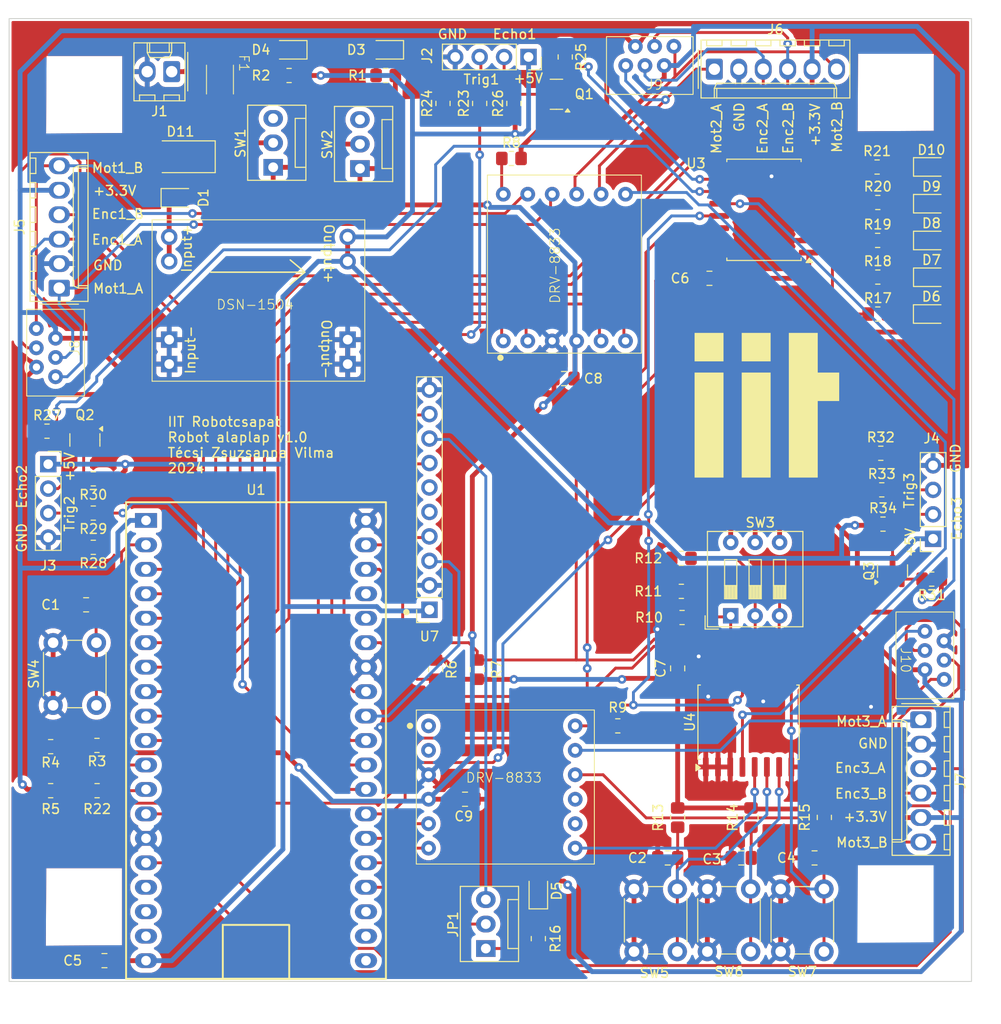
<source format=kicad_pcb>
(kicad_pcb (version 20240108) (generator "pcbnew") (generator_version "8.0")
  (layers (0 "F.Cu" signal) (31 "B.Cu" signal) (34 "B.Paste" user) (35 "F.Paste" user) (36 "B.SilkS" user "B.Silkscreen") (37 "F.SilkS" user "F.Silkscreen") (38 "B.Mask" user) (39 "F.Mask" user) (44 "Edge.Cuts" user))
  (net 0 "")
  (net 1 "GND")
  (net 2 "/Button_1")
  (net 3 "/Button_2")
  (net 4 "/Button_3")
  (net 5 "+5V")
  (net 6 "+3.3V")
  (net 7 "VCC")
  (net 8 "Net-(D1-K)")
  (net 9 "Net-(D1-A)")
  (net 10 "Net-(D3-A)")
  (net 11 "Net-(D4-A)")
  (net 12 "Net-(D5-K)")
  (net 13 "Net-(D6-K)")
  (net 14 "Net-(D7-K)")
  (net 15 "Net-(D8-K)")
  (net 16 "Net-(D9-K)")
  (net 17 "Net-(D10-K)")
  (net 18 "+12V")
  (net 19 "Net-(J2-Pin_2)")
  (net 20 "Net-(J2-Pin_3)")
  (net 21 "Net-(J3-Pin_2)")
  (net 22 "Net-(J3-Pin_3)")
  (net 23 "Net-(J4-Pin_2)")
  (net 24 "Net-(J4-Pin_3)")
  (net 25 "/Mot1_A")
  (net 26 "/Mot1_EncA")
  (net 27 "/Mot1_EncB")
  (net 28 "/Mot1_B")
  (net 29 "/Mot2_A")
  (net 30 "/Mot2_EncA")
  (net 31 "/Mot2_EncB")
  (net 32 "/Mot2_B")
  (net 33 "/Mot3_A")
  (net 34 "/Mot3_EncA")
  (net 35 "/Mot3_EncB")
  (net 36 "/Mot3_B")
  (net 37 "/LED_Heart")
  (net 38 "Net-(JP1-C)")
  (net 39 "/MPU95 interrupt")
  (net 40 "/UV_Trig_1")
  (net 41 "/UV_Trig_2")
  (net 42 "/UV_Trig_3")
  (net 43 "/Battery level")
  (net 44 "/Interrupt")
  (net 45 "/I2C_SDA")
  (net 46 "/I2C_SCL")
  (net 47 "Net-(U6-EEP)")
  (net 48 "Net-(U4-P5)")
  (net 49 "Net-(U4-P6)")
  (net 50 "Net-(U4-P7)")
  (net 51 "/LED_1")
  (net 52 "/LED_2")
  (net 53 "/LED_3")
  (net 54 "/LED_4")
  (net 55 "/LED_5")
  (net 56 "/UV_Echo_1")
  (net 57 "/UV_Echo_2")
  (net 58 "/UV_Echo_3")
  (net 61 "/SCLK")
  (net 62 "/MOSI")
  (net 63 "/MISO")
  (net 64 "/nCS")
  (net 65 "/DRV1_FAULT")
  (net 66 "/DRV2_FAULT")
  (net 67 "/Mot1_DrvA")
  (net 68 "/Mot1_DrvB")
  (net 69 "/Mot3_DrvA")
  (net 70 "/Mot3_DrvB")
  (net 71 "/Mot2_DrvB")
  (net 72 "/Mot2_DrvA")
  (net 77 "Net-(D11-A1)")
  (net 78 "Net-(U1-EN{slash}RESET)")
  (net 79 "Net-(U5-EEP)")
  (net 80 "Net-(U1-P14{slash}GPIO14{slash}ADC2_CH6)")
  (footprint "iit-smallomni:DRV-8833_module" (layer "F.Cu") (at 164.232 106.427)
    (property "Reference" "U6")
    (property "Value" "DRV-8833_module")
  )
  (footprint "Capacitor_SMD:C_0805_2012Metric_Pad1.18x1.45mm_HandSolder" (layer "F.Cu") (at 187.071 53.975 180)
    (property "Reference" "C6")
    (property "Value" "0.1u")
  )
  (footprint "Package_TO_SOT_SMD:SOT-23" (layer "F.Cu") (at 206.0956 84.3765 90)
    (property "Reference" "Q3")
    (property "Value" "2N7002")
  )
  (footprint "Connector:FanPinHeader_1x03_P2.54mm_Vertical" (layer "F.Cu") (at 150.755 42.575 90)
    (property "Reference" "SW2")
    (property "Value" "SW_SPDT")
  )
  (footprint "iit-smallomni:motor" (layer "F.Cu") (at 116.126 66.198 90)
    (property "Reference" "J8")
    (property "Value" "DC-Motor")
  )
  (footprint "LED_SMD:LED_0805_2012Metric_Pad1.15x1.40mm_HandSolder" (layer "F.Cu") (at 169.291 117.602 90)
    (property "Reference" "D5")
    (property "Value" "LED")
  )
  (footprint "Resistor_SMD:R_0805_2012Metric_Pad1.20x1.40mm_HandSolder" (layer "F.Cu") (at 199.009 109.966 -90)
    (property "Reference" "R15")
    (property "Value" "10k")
  )
  (footprint "Connector_PinSocket_2.54mm:PinSocket_1x04_P2.54mm_Vertical" (layer "F.Cu") (at 118.364 73.279)
    (property "Reference" "J3")
    (property "Value" "HC_SR04")
  )
  (footprint "iit-smallomni:NodeMCU32S" (layer "F.Cu") (at 139.954 101.981)
    (property "Reference" "U1")
    (property "Value" "NodeMCU_ESP32")
  )
  (footprint "Resistor_SMD:R_0805_2012Metric_Pad1.20x1.40mm_HandSolder" (layer "F.Cu") (at 123.428 102.489 180)
    (property "Reference" "R3")
    (property "Value" "9.1k")
  )
  (footprint "iit-smallomni:polyfuse" (layer "F.Cu") (at 137.8085 29.8373 -90)
    (property "Reference" "F1")
    (property "Value" "1812L125/16")
  )
  (footprint "iit-smallomni:DRV-8833_module" (layer "F.Cu") (at 171.62 54.13 90)
    (property "Reference" "U5")
    (property "Value" "DRV-8833_module")
  )
  (footprint "Resistor_SMD:R_0805_2012Metric_Pad1.20x1.40mm_HandSolder" (layer "F.Cu") (at 191.389 109.982 -90)
    (property "Reference" "R14")
    (property "Value" "10k")
  )
  (footprint "Resistor_SMD:R_0805_2012Metric_Pad1.20x1.40mm_HandSolder" (layer "F.Cu") (at 123.444 107.188)
    (property "Reference" "R22")
    (property "Value" "100")
  )
  (footprint "Resistor_SMD:R_0805_2012Metric_Pad1.20x1.40mm_HandSolder" (layer "F.Cu") (at 204.564 46.101)
    (property "Reference" "R20")
    (property "Value" "1k")
  )
  (footprint "iit-smallomni:DSN1504_module" (layer "F.Cu") (at 139.319 55.519)
    (property "Reference" "U2")
    (property "Value" "DSN-1504_module")
  )
  (footprint "Resistor_SMD:R_0805_2012Metric_Pad1.20x1.40mm_HandSolder" (layer "F.Cu") (at 183.769 109.982 -90)
    (property "Reference" "R13")
    (property "Value" "10k")
  )
  (footprint "LED_SMD:LED_0805_2012Metric_Pad1.15x1.40mm_HandSolder" (layer "F.Cu") (at 153.425 30.246 180)
    (property "Reference" "D3")
    (property "Value" "LED")
  )
  (footprint "Capacitor_SMD:C_0805_2012Metric_Pad1.18x1.45mm_HandSolder" (layer "F.Cu") (at 197.993 114.173 180)
    (property "Reference" "C4")
    (property "Value" "10n")
  )
  (footprint "Package_SO:SOIC-16W_7.5x10.3mm_P1.27mm" (layer "F.Cu") (at 192.737 46.863 180)
    (property "Reference" "U3")
    (property "Value" "XL8574T")
  )
  (footprint "Package_TO_SOT_SMD:SOT-23" (layer "F.Cu") (at 122.174 70.7667 -90)
    (property "Reference" "Q2")
    (property "Value" "2N7002")
  )
  (footprint "Button_Switch_THT:SW_PUSH_6mm_H5mm" (layer "F.Cu") (at 191.353 117.4 -90)
    (property "Reference" "SW6")
    (property "Value" "SW_Push")
  )
  (footprint "Resistor_SMD:R_0805_2012Metric_Pad1.20x1.40mm_HandSolder" (layer "F.Cu") (at 184.15 86.487 180)
    (property "Reference" "R11")
    (property "Value" "10k")
  )
  (footprint "Resistor_SMD:R_0805_2012Metric_Pad1.20x1.40mm_HandSolder" (layer "F.Cu") (at 204.978 75.946)
    (property "Reference" "R33")
    (property "Value" "1k")
  )
  (footprint "Resistor_SMD:R_0805_2012Metric_Pad1.20x1.40mm_HandSolder" (layer "F.Cu") (at 177.546 100.457 180)
    (property "Reference" "R9")
    (property "Value" "10k")
  )
  (footprint "Resistor_SMD:R_0805_2012Metric_Pad1.20x1.40mm_HandSolder" (layer "F.Cu") (at 204.876 72.146)
    (property "Reference" "R32")
    (property "Value" "2k")
  )
  (footprint "Resistor_SMD:R_0805_2012Metric_Pad1.20x1.40mm_HandSolder" (layer "F.Cu") (at 163.195 35.814 90)
    (property "Reference" "R23")
    (property "Value" "1k")
  )
  (footprint "LED_SMD:LED_0805_2012Metric_Pad1.15x1.40mm_HandSolder" (layer "F.Cu") (at 210.136 53.866)
    (property "Reference" "D7")
    (property "Value" "LED")
  )
  (footprint "Connector_Molex:Molex_KK-254_AE-6410-06A_1x06_P2.54mm_Vertical" (layer "F.Cu") (at 187.579 32.258)
    (property "Reference" "J6")
    (property "Value" "DC-Motor")
  )
  (footprint "Resistor_SMD:R_0805_2012Metric_Pad1.20x1.40mm_HandSolder" (layer "F.Cu") (at 123.047 74.803 180)
    (property "Reference" "R30")
    (property "Value" "4.7k")
  )
  (footprint "Resistor_SMD:R_0805_2012Metric_Pad1.20x1.40mm_HandSolder" (layer "F.Cu") (at 204.564 57.685)
    (property "Reference" "R17")
    (property "Value" "1k")
  )
  (footprint "Diode_SMD:D_SMA" (layer "F.Cu") (at 132.207 41.3512 180)
    (property "Reference" "D11")
    (property "Value" "SMAJ12A")
  )
  (footprint "Capacitor_SMD:C_0805_2012Metric_Pad1.18x1.45mm_HandSolder" (layer "F.Cu") (at 182.7315 114.173 180)
    (property "Reference" "C2")
    (property "Value" "10n")
  )
  (footprint "Capacitor_SMD:C_0805_2012Metric_Pad1.18x1.45mm_HandSolder" (layer "F.Cu") (at 171.958 64.389 180)
    (property "Reference" "C8")
    (property "Value" "10u")
  )
  (footprint "Resistor_SMD:R_0805_2012Metric_Pad1.20x1.40mm_HandSolder" (layer "F.Cu") (at 153.432 32.913 180)
    (property "Reference" "R1")
    (property "Value" "10k")
  )
  (footprint "Resistor_SMD:R_0805_2012Metric_Pad1.20x1.40mm_HandSolder" (layer "F.Cu") (at 204.4925 42.418)
    (property "Reference" "R21")
    (property "Value" "1k")
  )
  (footprint "Resistor_SMD:R_0805_2012Metric_Pad1.20x1.40mm_HandSolder" (layer "F.Cu") (at 166.497 41.529 180)
    (property "Reference" "R8")
    (property "Value" "10k")
  )
  (footprint "iit-smallomni:motor" (layer "F.Cu") (at 176.372 28.877)
    (property "Reference" "J9")
    (property "Value" "DC-Motor")
  )
  (footprint "Connector_Molex:Molex_KK-254_AE-6410-02A_1x02_P2.54mm_Vertical" (layer "F.Cu") (at 131.191 32.512 180)
    (property "Reference" "J1")
    (property "Value" "Battery")
  )
  (footprint "Resistor_SMD:R_0805_2012Metric_Pad1.20x1.40mm_HandSolder" (layer "F.Cu") (at 159.385 35.814 90)
    (property "Reference" "R24")
    (property "Value" "2k")
  )
  (footprint "Connector_PinSocket_2.54mm:PinSocket_1x10_P2.54mm_Vertical" (layer "F.Cu") (at 157.975 88.4 180)
    (property "Reference" "U7")
    (property "Value" "MPU-9250_IMU")
  )
  (footprint "LED_SMD:LED_0805_2012Metric_Pad1.15x1.40mm_HandSolder" (layer "F.Cu") (at 210.136 42.409)
    (property "Reference" "D10")
    (property "Value" "LED")
  )
  (footprint "Capacitor_SMD:C_0805_2012Metric_Pad1.18x1.45mm_HandSolder" (layer "F.Cu") (at 190.373 114.173 180)
    (property "Reference" "C3")
    (property "Value" "10n")
  )
  (footprint "Button_Switch_THT:SW_PUSH_6mm_H5mm" (layer "F.Cu") (at 183.733 117.4 -90)
    (property "Reference" "SW5")
    (property "Value" "SW_Push")
  )
  (footprint "Capacitor_SMD:C_0805_2012Metric_Pad1.18x1.45mm_HandSolder" (layer "F.Cu") (at 122.301 87.884 180)
    (property "Reference" "C1")
    (property "Value" "10n")
  )
  (footprint "Resistor_SMD:R_0805_2012Metric_Pad1.20x1.40mm_HandSolder" (layer "F.Cu") (at 162.941 94.615 90)
    (property "Reference" "R7")
    (property "Value" "4.7k")
  )
  (footprint "Connector:FanPinHeader_1x03_P2.54mm_Vertical" (layer "F.Cu") (at 141.738 42.448 90)
    (property "Reference" "SW1")
    (property "Value" "SW_SPDT")
  )
  (footprint "Resistor_SMD:R_0805_2012Metric_Pad1.20x1.40mm_HandSolder" (layer "F.Cu") (at 204.548 50.038)
    (property "Reference" "R19")
    (property "Value" "1k")
  )
  (footprint "Resistor_SMD:R_0805_2012Metric_Pad1.20x1.40mm_HandSolder" (layer "F.Cu") (at 118.237 69.85)
    (property "Reference" "R27")
    (property "Value" "4.7k")
  )
  (footprint "Capacitor_SMD:C_0805_2012Metric_Pad1.18x1.45mm_HandSolder" (layer "F.Cu") (at 161.671 108.077)
    (property "Reference" "C9")
    (property "Value" "10u")
  )
  (footprint "Button_Switch_THT:SW_PUSH_6mm_H5mm" (layer "F.Cu") (at 198.973 117.4 -90)
    (property "Reference" "SW7")
    (property "Value" "SW_Push")
  )
  (footprint "Resistor_SMD:R_0805_2012Metric_Pad1.20x1.40mm_HandSolder" (layer "F.Cu") (at 205.105 79.502)
    (property "Reference" "R34")
    (property "Value" "4.7k")
  )
  (footprint "LED_SMD:LED_0805_2012Metric_Pad1.15x1.40mm_HandSolder" (layer "F.Cu") (at 210.136 50.047)
    (property "Reference" "D8")
    (property "Value" "LED")
  )
  (footprint "Resistor_SMD:R_0805_2012Metric_Pad1.20x1.40mm_HandSolder" (layer "F.Cu") (at 118.618 102.616 180)
    (property "Reference" "R4")
    (property "Value" "3k")
  )
  (footprint "Connector:FanPinHeader_1x03_P2.54mm_Vertical" (layer "F.Cu") (at 163.836 123.581 90)
    (property "Reference" "JP1")
    (property "Value" "Jumper_3_Bridged12")
  )
  (footprint "iit-smallomni:motor" (layer "F.Cu") (at 212.455 88.631 -90)
    (property "Reference" "J10")
    (property "Value" "DC-Motor")
  )
  (footprint "Capacitor_SMD:C_0805_2012Metric_Pad1.18x1.45mm_HandSolder" (layer "F.Cu") (at 124.206 124.841 180)
    (property "Reference" "C5")
    (property "Value" "0.1u")
  )
  (footprint "Resistor_SMD:R_0805_2012Metric_Pad1.20x1.40mm_HandSolder" (layer "F.Cu") (at 123.047 78.359 180)
    (property "Reference" "R29")
    (property "Value" "1k")
  )
  (footprint "Resistor_SMD:R_0805_2012Metric_Pad1.20x1.40mm_HandSolder" (layer "F.Cu") (at 169.291 122.555 90)
    (property "Reference" "R16")
    (property "Value" "1k")
  )
  (footprint "Package_SO:SOIC-16W_7.5x10.3mm_P1.27mm" (layer "F.Cu") (at 191.135 100.076 90)
    (property "Reference" "U4")
    (property "Value" "XL8574T")
  )
  (footprint "Resistor_SMD:R_0805_2012Metric_Pad1.20x1.40mm_HandSolder" (layer "F.Cu") (at 118.618 107.188)
    (property "Reference" "R5")
    (property "Value" "10k")
  )
  (footprint "Resistor_SMD:R_0805_2012Metric_Pad1.20x1.40mm_HandSolder" (layer "F.Cu") (at 184.15 83.058 180)
    (property "Reference" "R12")
    (property "Value" "10k")
  )
  (footprint "Resistor_SMD:R_0805_2012Metric_Pad1.20x1.40mm_HandSolder" (layer "F.Cu") (at 123.047 81.915 180)
    (property "Reference" "R28")
    (property "Value" "2k")
  )
  (footprint "Resistor_SMD:R_0805_2012Metric_Pad1.20x1.40mm_HandSolder" (layer "F.Cu") (at 143.392 32.913 180)
    (property "Reference" "R2")
    (property "Value" "3k")
  )
  (footprint "Resistor_SMD:R_0805_2012Metric_Pad1.20x1.40mm_HandSolder" (layer "F.Cu") (at 172.085 30.988 -90)
    (property "Reference" "R25")
    (property "Value" "4.7k")
  )
  (footprint "Resistor_SMD:R_0805_2012Metric_Pad1.20x1.40mm_HandSolder" (layer "F.Cu") (at 210.169 85.217 180)
    (property "Reference" "R31")
    (property "Value" "4.7k")
  )
  (footprint "Diode_SMD:D_0805_2012Metric_Pad1.15x1.40mm_HandSolder" (layer "F.Cu") (at 131.953 45.613)
    (property "Reference" "D1")
    (property "Value" "D_Schottky")
  )
  (footprint "Onlab:IIT_logo_15x15mm" (layer "F.Cu") (at 193.04 67.1576)
    (property "Reference" "G***" (hide yes))
    (property "Value" "LOGO" (hide yes))
  )
  (footprint "Capacitor_SMD:C_0805_2012Metric_Pad1.18x1.45mm_HandSolder" (layer "F.Cu") (at 183.769 94.488 90)
    (property "Reference" "C7")
    (property "Value" "0.1u")
  )
  (footprint "Button_Switch_THT:SW_DIP_SPSTx03_Slide_9.78x9.8mm_W7.62mm_P2.54mm" (layer "F.Cu") (at 189.2808 89.027 90)
    (property "Reference" "SW3")
    (property "Value" "SW_DIP_x03")
  )
  (footprint "Connector_Molex:Molex_KK-254_AE-6410-06A_1x06_P2.54mm_Vertical" (layer "F.Cu") (at 209.042 99.822 -90)
    (property "Reference" "J7")
    (property "Value" "DC-Motor")
  )
  (footprint "Connector_PinSocket_2.54mm:PinSocket_1x04_P2.54mm_Vertical" (layer "F.Cu") (at 168.275 30.988 -90)
    (property "Reference" "J2")
    (property "Value" "HC_SR04")
  )
  (footprint "Resistor_SMD:R_0805_2012Metric_Pad1.20x1.40mm_HandSolder" (layer "F.Cu") (at 184.2262 89.2048 180)
    (property "Reference" "R10")
    (property "Value" "10k")
  )
  (footprint "Resistor_SMD:R_0805_2012Metric_Pad1.20x1.40mm_HandSolder" (layer "F.Cu") (at 166.751 35.814 90)
    (property "Reference" "R26")
    (property "Value" "4.7k")
  )
  (footprint "LED_SMD:LED_0805_2012Metric_Pad1.15x1.40mm_HandSolder" (layer "F.Cu") (at 143.392 30.246 180)
    (property "Reference" "D4")
    (property "Value" "LED")
  )
  (footprint "Connector_PinSocket_2.54mm:PinSocket_1x04_P2.54mm_Vertical" (layer "F.Cu") (at 210.312 81.026 180)
    (property "Reference" "J4")
    (property "Value" "HC_SR04")
  )
  (footprint "LED_SMD:LED_0805_2012Metric_Pad1.15x1.40mm_HandSolder" (layer "F.Cu") (at 210.136 46.228)
    (property "Reference" "D9")
    (property "Value" "LED")
  )
  (footprint "Connector_Molex:Molex_KK-254_AE-6410-06A_1x06_P2.54mm_Vertical" (layer "F.Cu") (at 119.507 54.991 90)
    (property "Reference" "J5")
    (property "Value" "DC-Motor")
  )
  (footprint "LED_SMD:LED_0805_2012Metric_Pad1.15x1.40mm_HandSolder" (layer "F.Cu") (at 210.127 57.685)
    (property "Reference" "D6")
    (property "Value" "LED")
  )
  (footprint "Button_Switch_THT:SW_PUSH_6mm_H5mm" (layer "F.Cu") (at 118.872 98.321 90)
    (property "Reference" "SW4")
    (property "Value" "SW_Push")
  )
  (footprint "Resistor_SMD:R_0805_2012Metric_Pad1.20x1.40mm_HandSolder" (layer "F.Cu") (at 158.623 94.615 -90)
    (property "Reference" "R6")
    (property "Value" "4.7k")
  )
  (footprint "Package_TO_SOT_SMD:SOT-23" (layer "F.Cu") (at 171.1706 34.8629 180)
    (property "Reference" "Q1")
    (property "Value" "2N7002")
  )
  (footprint "Resistor_SMD:R_0805_2012Metric_Pad1.20x1.40mm_HandSolder" (layer "F.Cu") (at 204.564 53.848)
    (property "Reference" "R18")
    (property "Value" "1k")
  )
  (gr_circle (center 165.354 62.23) (end 165.608 62.23) (stroke (width 0.15)) (fill solid) (layer "F.SilkS"))
  (gr_line (start 145.034 53.34) (end 143.51 54.61) (stroke (width 0.153)) (layer "F.SilkS"))
  (gr_line (start 145.034 53.34) (end 143.51 52.07) (stroke (width 0.153)) (layer "F.SilkS"))
  (gr_line (start 135.255 53.34) (end 145.034 53.34) (stroke (width 0.153)) (layer "F.SilkS"))
  (gr_circle (center 155.956 100.457) (end 156.21 100.457) (stroke (width 0.15)) (fill solid) (layer "F.SilkS"))
  (gr_circle (center 155.575 88.646) (end 155.829 88.646) (stroke (width 0.15)) (fill solid) (layer "F.SilkS"))
  (gr_rect (start 114.3 27) (end 214.3 127) (stroke (width 0.1)) (fill none) (layer "Edge.Cuts"))
  (gr_text "Output+\n" (at 146.939 48.26 -90) (layer "F.SilkS") (effects (font (size 1 1) (thickness 0.153)) (justify left bottom)))
  (gr_text "Input+" (at 133.35 53.467 90) (layer "F.SilkS") (effects (font (size 1 1) (thickness 0.153)) (justify left bottom)))
  (gr_text "GND" (at 158.75 29.21 0) (layer "F.SilkS") (effects (font (size 1 1) (thickness 0.153)) (justify left bottom)))
  (gr_text "Echo2" (at 116.205 77.978 90) (layer "F.SilkS") (effects (font (size 1 1) (thickness 0.153)) (justify left bottom)))
  (gr_text "+3.3V" (at 122.936 45.466 0) (layer "F.SilkS") (effects (font (size 1 1) (thickness 0.153)) (justify left bottom)))
  (gr_text "Enc3_B" (at 200.025 108.077 0) (layer "F.SilkS") (effects (font (size 1 1) (thickness 0.153)) (justify left bottom)))
  (gr_text "IIT Robotcsapat\nRobot alaplap v1.0\nTécsi Zsuzsanna Vilma\n2024" (at 130.683 74.295 0) (layer "F.SilkS") (effects (font (size 1 1) (thickness 0.153)) (justify left bottom)))
  (gr_text "Mot2_B" (at 200.914 41.021 90) (layer "F.SilkS") (effects (font (size 1 1) (thickness 0.153)) (justify left bottom)))
  (gr_text "GND" (at 202.438 102.87 0) (layer "F.SilkS") (effects (font (size 1 1) (thickness 0.153)) (justify left bottom)))
  (gr_text "Output-\n" (at 146.685 58.166 -90) (layer "F.SilkS") (effects (font (size 1 1) (thickness 0.153)) (justify left bottom)))
  (gr_text "+3.3V" (at 198.628 40.386 90) (layer "F.SilkS") (effects (font (size 1 1) (thickness 0.153)) (justify left bottom)))
  (gr_text "Enc1_B" (at 122.809 47.879 0) (layer "F.SilkS") (effects (font (size 1 1) (thickness 0.153)) (justify left bottom)))
  (gr_text "+5V" (at 121.158 75.184 90) (layer "F.SilkS") (effects (font (size 1 1) (thickness 0.153)) (justify left bottom)))
  (gr_text "Input-" (at 133.731 64.008 90) (layer "F.SilkS") (effects (font (size 1 1) (thickness 0.153)) (justify left bottom)))
  (gr_text "Mot2_A\n\n" (at 189.992 41.148 90) (layer "F.SilkS") (effects (font (size 1 1) (thickness 0.153)) (justify left bottom)))
  (gr_text "Mot1_A" (at 122.936 55.626 0) (layer "F.SilkS") (effects (font (size 1 1) (thickness 0.153)) (justify left bottom)))
  (gr_text "+5V" (at 208.534 83.058 90) (layer "F.SilkS") (effects (font (size 1 1) (thickness 0.153)) (justify left bottom)))
  (gr_text "Mot1_B\n\n" (at 122.809 44.704 0) (layer "F.SilkS") (effects (font (size 1 1) (thickness 0.153)) (justify left bottom)))
  (gr_text "+5V" (at 166.624 33.782 0) (layer "F.SilkS") (effects (font (size 1 1) (thickness 0.153)) (justify left bottom)))
  (gr_text "Enc1_A" (at 122.809 50.546 0) (layer "F.SilkS") (effects (font (size 1 1) (thickness 0.153)) (justify left bottom)))
  (gr_text "Trig1" (at 161.417 33.909 0) (layer "F.SilkS") (effects (font (size 1 1) (thickness 0.153)) (justify left bottom)))
  (gr_text "Mot3_B" (at 200.152 113.157 0) (layer "F.SilkS") (effects (font (size 1 1) (thickness 0.153)) (justify left bottom)))
  (gr_text "Echo3" (at 213.36 81.28 90) (layer "F.SilkS") (effects (font (size 1 1) (thickness 0.153)) (justify left bottom)))
  (gr_text "Trig3" (at 208.407 77.978 90) (layer "F.SilkS") (effects (font (size 1 1) (thickness 0.153)) (justify left bottom)))
  (gr_text "GND" (at 116.205 82.55 90) (layer "F.SilkS") (effects (font (size 1 1) (thickness 0.153)) (justify left bottom)))
  (gr_text "Enc2_B" (at 195.834 41.148 90) (layer "F.SilkS") (effects (font (size 1 1) (thickness 0.153)) (justify left bottom)))
  (gr_text "Echo1" (at 164.465 29.21 0) (layer "F.SilkS") (effects (font (size 1 1) (thickness 0.153)) (justify left bottom)))
  (gr_text "GND" (at 122.936 53.213 0) (layer "F.SilkS") (effects (font (size 1 1) (thickness 0.153)) (justify left bottom)))
  (gr_text "Mot3_A" (at 200.152 100.584 0) (layer "F.SilkS") (effects (font (size 1 1) (thickness 0.153)) (justify left bottom)))
  (gr_text "Enc3_A" (at 200.025 105.41 0) (layer "F.SilkS") (effects (font (size 1 1) (thickness 0.153)) (justify left bottom)))
  (gr_text "Trig2" (at 121.158 80.391 90) (layer "F.SilkS") (effects (font (size 1 1) (thickness 0.153)) (justify left bottom)))
  (gr_text "GND" (at 213.233 74.295 90) (layer "F.SilkS") (effects (font (size 1 1) (thickness 0.153)) (justify left bottom)))
  (gr_text "+3.3V" (at 200.914 110.49 0) (layer "F.SilkS") (effects (font (size 1 1) (thickness 0.153)) (justify left bottom)))
  (gr_text "GND" (at 190.754 38.862 90) (layer "F.SilkS") (effects (font (size 1 1) (thickness 0.153)) (justify left bottom)))
  (gr_text "Enc2_A" (at 193.167 41.148 90) (layer "F.SilkS") (effects (font (size 1 1) (thickness 0.153)) (justify left bottom)))
  (segment (start 179.233 123.9) (end 179.233 117.4) (width 0.5) (layer "F.Cu") (net 1))
  (segment (start 170.942 64.3675) (end 170.9205 64.389) (width 0.5) (layer "F.Cu") (net 1))
  (segment (start 149.479 62.885) (end 149.479 60.345) (width 0.5) (layer "F.Cu") (net 1))
  (segment (start 194.473 123.9) (end 194.473 117.4) (width 0.5) (layer "F.Cu") (net 1))
  (segment (start 128.818 32.679) (end 128.651 32.512) (width 0.5) (layer "F.Cu") (net 1))
  (segment (start 186.853 123.9) (end 186.853 117.4) (width 0.5) (layer "F.Cu") (net 1))
  (segment (start 118.872 98.321) (end 118.872 91.821) (width 0.5) (layer "F.Cu") (net 1))
  (via (at 185.9534 93.2434) (size 0.9) (drill 0.4) (layers "F.Cu" "B.Cu") (net 1))
  (via (at 193.5226 43.3832) (size 0.9) (drill 0.4) (layers "F.Cu" "B.Cu") (net 1))
  (via (at 186.944 97.409) (size 0.9) (drill 0.4) (layers "F.Cu" "B.Cu") (net 1))
  (via (at 152.8572 100.6094) (size 0.9) (drill 0.4) (layers "F.Cu" "B.Cu") (net 1))
  (via (at 192.659 97.917) (size 0.9) (drill 0.4) (layers "F.Cu" "B.Cu") (net 1))
  (via (at 181.6608 90.424) (size 0.9) (drill 0.4) (layers "F.Cu" "B.Cu") (net 1))
  (via (at 203.8604 98.4758) (size 0.9) (drill 0.4) (layers "F.Cu" "B.Cu") (net 1))
  (segment (start 157.628 105.791) (end 157.882 105.537) (width 0.5) (layer "B.Cu") (net 1))
  (segment (start 183.733 114.2305) (end 183.7905 114.173) (width 0.3) (layer "F.Cu") (net 2))
  (segment (start 183.733 123.9) (end 183.733 117.4) (width 0.3) (layer "F.Cu") (net 2))
  (segment (start 193.04 107.315) (end 193.04 104.726) (width 0.3) (layer "F.Cu") (net 2))
  (segment (start 183.733 117.4) (end 183.733 114.2305) (width 0.3) (layer "F.Cu") (net 2))
  (segment (start 183.769 114.173) (end 183.769 110.982) (width 0.3) (layer "F.Cu") (net 2))
  (via (at 193.04 107.315) (size 0.9) (drill 0.4) (layers "F.Cu" "B.Cu") (net 2))
  (segment (start 184.912 114.3) (end 188.4045 114.3) (width 0.3) (layer "B.Cu") (net 2))
  (segment (start 193.04 109.6645) (end 193.04 107.315) (width 0.3) (layer "B.Cu") (net 2))
  (segment (start 188.4045 114.3) (end 193.04 109.6645) (width 0.3) (layer "B.Cu") (net 2))
  (segment (start 183.733 117.4) (end 183.733 115.479) (width 0.3) (layer "B.Cu") (net 2))
  (segment (start 183.733 115.479) (end 184.912 114.3) (width 0.3) (layer "B.Cu") (net 2))
  (segment (start 191.353 123.9) (end 191.353 117.4) (width 0.3) (layer "F.Cu") (net 3))
  (segment (start 194.31 107.315) (end 194.31 104.726) (width 0.3) (layer "F.Cu") (net 3))
  (segment (start 191.353 114.2305) (end 191.4105 114.173) (width 0.3) (layer "F.Cu") (net 3))
  (segment (start 191.353 117.4) (end 191.353 114.2305) (width 0.3) (layer "F.Cu") (net 3))
  (segment (start 191.4105 114.173) (end 191.4105 110.9285) (width 0.3) (layer "F.Cu") (net 3))
  (segment (start 191.4105 110.9285) (end 191.389 110.907) (width 0.3) (layer "F.Cu") (net 3))
  (via (at 194.31 107.315) (size 0.9) (drill 0.4) (layers "F.Cu" "B.Cu") (net 3))
  (segment (start 191.353 113.066) (end 194.31 110.109) (width 0.3) (layer "B.Cu") (net 3))
  (segment (start 194.31 110.109) (end 194.31 107.315) (width 0.3) (layer "B.Cu") (net 3))
  (segment (start 191.353 117.4) (end 191.353 113.066) (width 0.3) (layer "B.Cu") (net 3))
  (segment (start 195.58 100.965) (end 195.58 95.426) (width 0.3) (layer "F.Cu") (net 4))
  (segment (start 198.973 114.2305) (end 199.0305 114.173) (width 0.3) (layer "F.Cu") (net 4))
  (segment (start 198.973 123.9) (end 198.973 117.4) (width 0.3) (layer "F.Cu") (net 4))
  (segment (start 199.009 110.907) (end 199.009 114.1515) (width 0.3) (layer "F.Cu") (net 4))
  (segment (start 198.973 117.4) (end 198.973 114.2305) (width 0.3) (layer "F.Cu") (net 4))
  (segment (start 199.009 114.1515) (end 199.0305 114.173) (width 0.3) (layer "F.Cu") (net 4))
  (via (at 195.58 100.965) (size 0.9) (drill 0.4) (layers "F.Cu" "B.Cu") (net 4))
  (segment (start 197.41 117.4) (end 198.973 117.4) (width 0.3) (layer "B.Cu") (net 4))
  (segment (start 195.58 100.965) (end 195.58 115.57) (width 0.3) (layer "B.Cu") (net 4))
  (segment (start 195.58 115.57) (end 197.41 117.4) (width 0.3) (layer "B.Cu") (net 4))
  (segment (start 166.878 38.989) (end 166.878 36.941) (width 0.5) (layer "F.Cu") (net 5))
  (segment (start 202.184 79.629) (end 203.978 79.629) (width 0.5) (layer "F.Cu") (net 5))
  (segment (start 126.365 73.279) (end 126.365 73.914) (width 0.5) (layer "F.Cu") (net 5))
  (segment (start 203.978 79.629) (end 204.105 79.502) (width 0.5) (layer "F.Cu") (net 5))
  (segment (start 166.878 36.941) (end 166.751 36.814) (width 0.5) (layer "F.Cu") (net 5))
  (segment (start 128.524 124.841) (end 125.2435 124.841) (width 0.5) (layer "F.Cu") (net 5))
  (segment (start 126.365 73.914) (end 125.476 74.803) (width 0.5) (layer "F.Cu") (net 5))
  (segment (start 146.685 32.913) (end 144.392 32.913) (width 0.5) (layer "F.Cu") (net 5))
  (segment (start 125.476 74.803) (end 124.047 74.803) (width 0.5) (layer "F.Cu") (net 5))
  (segment (start 149.479 52.217) (end 149.479 49.677) (width 0.5) (layer "F.Cu") (net 5))
  (via (at 166.878 38.989) (size 0.9) (drill 0.4) (layers "F.Cu" "B.Cu") (net 5))
  (via (at 146.685 32.913) (size 0.9) (drill 0.4) (layers "F.Cu" "B.Cu") (net 5))
  (via (at 126.365 73.279) (size 0.9) (drill 0.4) (layers "F.Cu" "B.Cu") (net 5))
  (via (at 202.184 79.629) (size 0.9) (drill 0.4) (layers "F.Cu" "B.Cu") (net 5))
  (segment (start 149.479 49.677) (end 153.523 49.677) (width 0.5) (layer "B.Cu") (net 5))
  (segment (start 152.5 88.069) (end 142.748 88.069) (width 0.5) (layer "B.Cu") (net 5))
  (segment (start 146.411 52.217) (end 142.748 55.88) (width 0.5) (layer "B.Cu") (net 5))
  (segment (start 131.191 124.841) (end 128.524 124.841) (width 0.5) (layer "B.Cu") (net 5))
  (segment (start 142.748 55.88) (end 142.748 113.284) (width 0.5) (layer "B.Cu") (net 5))
  (segment (start 210.312 81.026) (end 208.534 81.026) (width 0.5) (layer "B.Cu") (net 5))
  (segment (start 208.534 81.026) (end 206.502 83.058) (width 0.5) (layer "B.Cu") (net 5))
  (segment (start 156.21 46.99) (end 156.21 35.052) (width 0.5) (layer "B.Cu") (net 5))
  (segment (start 184.15 83.058) (end 180.478 79.386) (width 0.5) (layer "B.Cu") (net 5))
  (segment (start 206.502 83.058) (end 184.15 83.058) (width 0.5) (layer "B.Cu") (net 5))
  (segment (start 153.523 49.677) (end 156.21 46.99) (width 0.5) (layer "B.Cu") (net 5))
  (segment (start 158.118 88.519) (end 152.95 88.519) (width 0.5) (layer "B.Cu") (net 5))
  (segment (start 156.21 35.052) (end 154.071 32.913) (width 0.5) (layer "B.Cu") (net 5))
  (segment (start 142.748 113.284) (end 131.191 124.841) (width 0.5) (layer "B.Cu") (net 5))
  (segment (start 118.364 73.279) (end 126.365 73.279) (width 0.5) (layer "B.Cu") (net 5))
  (segment (start 200.8124 80.1116) (end 200.8124 83.058) (width 0.5) (layer "B.Cu") (net 5))
  (segment (start 201.295 79.629) (end 200.8124 80.1116) (width 0.5) (layer "B.Cu") (net 5))
  (segment (start 149.479 52.217) (end 146.411 52.217) (width 0.5) (layer "B.Cu") (net 5))
  (segment (start 202.184 79.629) (end 201.295 79.629) (width 0.5) (layer "B.Cu") (net 5))
  (segment (start 152.95 88.519) (end 152.5 88.069) (width 0.5) (layer "B.Cu") (net 5))
  (segment (start 180.478 79.386) (end 176.648 79.386) (width 0.5) (layer "B.Cu") (net 5))
  (segment (start 167.767 38.989) (end 168.275 38.481) (width 0.5) (layer "B.Cu") (net 5))
  (segment (start 154.071 32.913) (end 146.685 32.913) (width 0.5) (layer "B.Cu") (net 5))
  (segment (start 168.275 38.481) (end 168.275 30.988) (width 0.5) (layer "B.Cu") (net 5))
  (segment (start 166.878 38.989) (end 167.767 38.989) (width 0.5) (layer "B.Cu") (net 5))
  (segment (start 126.365 73.279) (end 142.748 73.279) (width 0.5) (layer "B.Cu") (net 5))
  (segment (start 176.648 79.386) (end 149.479 52.217) (width 0.5) (layer "B.Cu") (net 5))
  (segment (start 146.685 32.913) (end 146.685 32.786) (width 0.5) (layer "B.Cu") (net 5))
  (segment (start 158.15 88.487) (end 158.118 88.519) (width 0.5) (layer "B.Cu") (net 5))
  (segment (start 166.878 38.989) (end 156.21 38.989) (width 0.5) (layer "B.Cu") (net 5))
  (segment (start 191.8462 78.994) (end 194.3862 78.994) (width 0.5) (layer "F.Cu") (net 6))
  (segment (start 183.769 95.5255) (end 178.0833 95.5255) (width 0.5) (layer "F.Cu") (net 6))
  (segment (start 197.387 54.004) (end 197.387 53.848) (width 0.5) (layer "F.Cu") (net 6))
  (segment (start 207.026 94.631) (end 202.438 90.043) (width 0.5) (layer "F.Cu") (net 6))
  (segment (start 178.546 100.457) (end 183.769 100.457) (width 0.5) (layer "F.Cu") (net 6))
  (segment (start 158.623 93.615) (end 159.528 93.615) (width 0.5) (layer "F.Cu") (net 6))
  (segment (start 125.984 63.627) (end 122.555 60.198) (width 0.5) (layer "F.Cu") (net 6))
  (segment (start 190.3984 78.994) (end 191.8462 78.994) (width 0.5) (layer "F.Cu") (net 6))
  (segment (start 209.931 88.646) (end 211.169 87.408) (width 0.5) (layer "F.Cu") (net 6))
  (segment (start 161.528 95.615) (end 162.941 95.615) (width 0.5) (layer "F.Cu") (net 6))
  (segment (start 125.984 68.6562) (end 125.984 66.04) (width 0.5) (layer "F.Cu") (net 6))
  (segment (start 117.237 67.421) (end 118.618 66.04) (width 0.5) (layer "F.Cu") (net 6))
  (segment (start 211.152 58.977) (end 210.566 59.563) (width 0.5) (layer "F.Cu") (net 6))
  (segment (start 197.26 53.975) (end 197.387 53.848) (width 0.5) (layer "F.Cu") (net 6))
  (segment (start 209.455 94.631) (end 207.026 94.631) (width 0.5) (layer "F.Cu") (net 6))
  (segment (start 203.724 109.109) (end 199.152 109.109) (width 0.5) (layer "F.Cu") (net 6))
  (segment (start 191.389 108.982) (end 183.769 108.982) (width 0.5) (layer "F.Cu") (net 6))
  (segment (start 167.497 40.402) (end 170.101 37.798) (width 0.5) (layer "F.Cu") (net 6))
  (segment (start 197.739 32.258) (end 197.739 36.1188) (width 0.5) (layer "F.Cu") (net 6))
  (segment (start 211.152 57.685) (end 211.152 58.977) (width 0.5) (layer "F.Cu") (net 6))
  (segment (start 211.152 53.875) (end 211.161 53.866) (width 0.5) (layer "F.Cu") (net 6))
  (segment (start 210.693 40.005) (end 211.161 40.473) (width 0.5) (layer "F.Cu") (net 6))
  (segment (start 188.087 51.308) (end 188.087 53.9535) (width 0.5) (layer "F.Cu") (net 6))
  (segment (start 122.555 60.198) (end 119.126 60.198) (width 0.5) (layer "F.Cu") (net 6))
  (segment (start 188.1085 53.975) (end 197.26 53.975) (width 0.5) (layer "F.Cu") (net 6))
  (segment (start 199.152 109.109) (end 199.009 108.966) (width 0.5) (layer "F.Cu") (net 6))
  (segment (start 201.6252 40.005) (end 210.693 40.005) (width 0.5) (layer "F.Cu") (net 6))
  (segment (start 172.0596 37.798) (end 172.0596 35.8614) (width 0.5) (layer "F.Cu") (net 6))
  (segment (start 172.0596 35.8614) (end 172.1081 35.8129) (width 0.5) (layer "F.Cu") (net 6))
  (segment (start 171.0436 37.798) (end 176.403 37.798) (width 0.5) (layer "F.Cu") (net 6))
  (segment (start 167.497 41.529) (end 167.497 40.402) (width 0.5) (layer "F.Cu") (net 6))
  (segment (start 176.403 31.623) (end 176.403 37.798) (width 0.5) (layer "F.Cu") (net 6))
  (segment (start 166.751 95.631) (end 162.957 95.631) (width 0.5) (layer "F.Cu") (net 6))
  (segment (start 211.161 42.536) (end 211.161 46.228) (width 0.5) (layer "F.Cu") (net 6))
  (segment (start 162.957 95.631) (end 162.941 95.615) (width 0.5) (layer "F.Cu") (net 6))
  (segment (start 211.288 42.409) (end 211.161 42.536) (width 0.5) (layer "F.Cu") (net 6))
  (segment (start 202.946 59.563) (end 197.387 54.004) (width 0.5) (layer "F.Cu") (net 6))
  (segment (start 183.769 100.711) (end 183.769 95.5255) (width 0.5) (layer "F.Cu") (net 6))
  (segment (start 159.528 93.615) (end 161.528 95.615) (width 0.5) (layer "F.Cu") (net 6))
  (segment (start 183.769 108.982) (end 183.769 100.711) (width 0.5) (layer "F.Cu") (net 6))
  (segment (start 191.8208 81.407) (end 191.8208 79.0194) (width 0.5) (layer "F.Cu") (net 6))
  (segment (start 197.387 53.848) (end 197.387 51.308) (width 0.5) (layer "F.Cu") (net 6))
  (segment (start 189.2808 80.1116) (end 190.3984 78.994) (width 0.5) (layer "F.Cu") (net 6))
  (segment (start 172.339 116.967) (end 171.949 116.577) (width 0.5) (layer "F.Cu") (net 6))
  (segment (start 174.768 29.988) (end 176.403 31.623) (width 0.5) (layer "F.Cu") (net 6))
  (segment (start 198.882 109.093) (end 191.5 109.093) (width 0.5) (layer "F.Cu") (net 6))
  (segment (start 176.403 37.798) (end 177.721 37.798) (width 0.5) (layer "F.Cu") (net 6))
  (segment (start 211.161 50.047) (end 211.161 53.834) (width 0.5) (layer "F.Cu") (net 6))
  (segment (start 118.618 66.04) (end 125.984 66.04) (width 0.5) (layer "F.Cu") (net 6))
  (segment (start 199.009 108.966) (end 198.882 109.093) (width 0.5) (layer "F.Cu") (net 6))
  (segment (start 205.1456 85.314) (end 202.4426 85.314) (width 0.5) (layer "F.Cu") (net 6))
  (segment (start 177.9778 95.631) (end 178.0833 95.5255) (width 0.5) (layer "F.Cu") (net 6))
  (segment (start 202.819 88.646) (end 209.931 88.646) (width 0.5) (layer "F.Cu") (net 6))
  (segment (start 209.042 109.982) (end 204.597 109.982) (width 0.5) (layer "F.Cu") (net 6))
  (segment (start 115.697 106.553) (end 116.205 107.061) (width 0.5) (layer "F.Cu") (net 6))
  (segment (start 194.3608 81.407) (end 194.3608 79.0194) (width 0.5) (layer "F.Cu") (net 6))
  (segment (start 171.949 116.577) (end 169.291 116.577) (width 0.5) (layer "F.Cu") (net 6))
  (segment (start 211.152 57.685) (end 211.152 53.875) (width 0.5) (layer "F.Cu") (net 6))
  (segment (start 199.6948 78.994) (end 202.438 81.7372) (width 0.5) (layer "F.Cu") (net 6))
  (segment (start 202.438 90.043) (end 202.438 82.931) (width 0.5) (layer "F.Cu") (net 6))
  (segment (start 211.161 53.834) (end 211.193 53.866) (width 0.5) (layer "F.Cu") (net 6))
  (segment (start 188.087 53.9535) (end 188.1085 53.975) (width 0.5) (layer "F.Cu") (net 6))
  (segment (start 183.8685 95.426) (end 186.69 95.426) (width 0.5) (layer "F.Cu") (net 6))
  (segment (start 117.237 69.85) (end 117.237 67.421) (width 0.5) (layer "F.Cu") (net 6))
  (segment (start 211.169 87.408) (end 211.169 85.217) (width 0.5) (layer "F.Cu") (net 6))
  (segment (start 172.085 29.988) (end 174.768 29.988) (width 0.5) (layer "F.Cu") (net 6))
  (segment (start 170.101 37.798) (end 171.0436 37.798) (width 0.5) (layer "F.Cu") (net 6))
  (segment (start 210.566 59.563) (end 202.946 59.563) (width 0.5) (layer "F.Cu") (net 6))
  (segment (start 202.438 81.7372) (end 202.438 82.931) (width 0.5) (layer "F.Cu") (net 6))
  (segment (start 211.161 40.473) (end 211.161 42.409) (width 0.5) (layer "F.Cu") (net 6))
  (segment (start 125.984 66.04) (end 125.984 63.627) (width 0.5) (layer "F.Cu") (net 6))
  (segment (start 183.769 95.5255) (end 183.8685 95.426) (width 0.5) (layer "F.Cu") (net 6))
  (segment (start 123.124 69.8292) (end 124.811 69.8292) (width 0.5) (layer "F.Cu") (net 6))
  (segment (start 191.5 109.093) (end 191.389 108.982) (width 0.5) (layer "F.Cu") (net 6))
  (segment (start 204.597 109.982) (end 203.724 109.109) (width 0.5) (layer "F.Cu") (net 6))
  (segment (start 197.739 36.1188) (end 201.6252 40.005) (width 0.5) (layer "F.Cu") (net 6))
  (segment (start 124.811 69.8292) (end 125.984 68.6562) (width 0.5) (layer "F.Cu") (net 6))
  (segment (start 191.8208 79.0194) (end 191.8462 78.994) (width 0.5) (layer "F.Cu") (net 6))
  (segment (start 198.898 109.093) (end 199.009 108.982) (width 0.5) (layer "F.Cu") (net 6))
  (segment (start 194.3862 78.994) (end 199.6948 78.994) (width 0.5) (layer "F.Cu") (net 6))
  (segment (start 182.372 33.147) (end 182.372 31.877) (width 0.5) (layer "F.Cu") (net 6))
  (segment (start 194.3608 79.0194) (end 194.3862 78.994) (width 0.5) (layer "F.Cu") (net 6))
  (segment (start 211.161 46.228) (end 211.161 50.047) (width 0.5) (layer "F.Cu") (net 6))
  (segment (start 116.205 107.061) (end 117.618 107.061) (width 0.5) (layer "F.Cu") (net 6))
  (segment (start 189.2808 81.407) (end 189.2808 80.1116) (width 0.5) (layer "F.Cu") (net 6))
  (segment (start 177.721 37.798) (end 182.372 33.147) (width 0.5) (layer "F.Cu") (net 6))
  (via (at 177.9778 95.631) (size 0.9) (drill 0.4) (layers "F.Cu" "B.Cu") (net 6))
  (via (at 172.339 116.967) (size 0.9) (drill 0.4) (layers "F.Cu" "B.Cu") (net 6))
  (via (at 166.751 95.631) (size 0.9) (drill 0.4) (layers "F.Cu" "B.Cu") (net 6))
  (via (at 115.697 106.553) (size 0.9) (drill 0.4) (layers "F.Cu" "B.Cu") (net 6))
  (segment (start 185.674 27.813) (end 197.739 27.813) (width 0.5) (layer "B.Cu") (net 6))
  (segment (start 115.697 106.553) (end 115.443 106.299) (width 0.5) (layer "B.Cu") (net 6))
  (segment (start 213.36 97.663) (end 213.233 97.79) (width 0.5) (layer "B.Cu") (net 6))
  (segment (start 172.974 124.079) (end 174.879 125.984) (width 0.5) (layer "B.Cu") (net 6))
  (segment (start 172.339 116.967) (end 172.974 117.602) (width 0.5) (layer "B.Cu") (net 6))
  (segment (start 115.443 44.831) (end 115.443 32.512) (width 0.5) (layer "B.Cu") (net 6))
  (segment (start 185.42 30.226) (end 185.42 27.813) (width 0.5) (layer "B.Cu") (net 6))
  (segment (start 115.443 32.512) (end 119.6848 28.2702) (width 0.5) (layer "B.Cu") (net 6))
  (segment (start 197.739 32.258) (end 197.739 27.813) (width 0.5) (layer "B.Cu") (net 6))
  (segment (start 124.333 84.074) (end 115.443 84.074) (width 0.5) (layer "B.Cu") (net 6))
  (segment (start 213.233 121.793) (end 213.233 108.204) (width 0.5) (layer "B.Cu") (net 6))
  (segment (start 125.603 82.804) (end 124.333 84.074) (width 0.5) (layer "B.Cu") (net 6))
  (segment (start 185.5978 28.2702) (end 186.055 27.813) (width 0.5) (layer "B.Cu") (net 6))
  (segment (start 213.233 97.79) (end 213.233 108.204) (width 0.5) (layer "B.Cu") (net 6))
  (segment (start 209.455 96.012) (end 211.233 97.79) (width 0.5) (layer "B.Cu") (net 6))
  (segment (start 115.443 84.074) (end 115.443 44.831) (width 0.5) (layer "B.Cu") (net 6))
  (segment (start 119.126 59.12037) (end 117.53663 57.531) (width 0.5) (layer "B.Cu") (net 6))
  (segment (start 115.443 106.299) (end 115.443 82.296) (width 0.5) (layer "B.Cu") (net 6))
  (segment (start 119.507 44.831) (end 115.443 44.831) (width 0.5) (layer "B.Cu") (net 6))
  (segment (start 119.6848 28.2702) (end 185.5978 28.2702) (width 0.5) (layer "B.Cu") (net 6))
  (segment (start 119.126 59.12037) (end 119.126 60.198) (width 0.5) (layer "B.Cu") (net 6))
  (segment (start 182.372 31.877) (end 183.769 31.877) (width 0.5) (layer "B.Cu") (net 6))
  (segment (start 213.233 108.204) (end 213.233 109.982) (width 0.5) (layer "B.Cu") (net 6))
  (segment (start 177.9778 95.631) (end 166.751 95.631) (width 0.5) (layer "B.Cu") (net 6))
  (segment (start 213.233 109.982) (end 209.042 109.982) (width 0.5) (layer "B.Cu") (net 6))
  (segment (start 209.042 125.984) (end 213.233 121.793) (width 0.5) (layer "B.Cu") (net 6))
  (segment (start 209.455 94.631) (end 209.455 96.012) (width 0.5) (layer "B.Cu") (net 6))
  (segment (start 211.233 97.79) (end 213.233 97.79) (width 0.5) (layer "B.Cu") (net 6))
  (segment (start 172.974 117.602) (end 172.974 124.079) (width 0.5) (layer "B.Cu") (net 6))
  (segment (start 213.36 32.512) (end 213.36 97.663) (width 0.5) (layer "B.Cu") (net 6))
  (segment (start 174.879 125.984) (end 209.042 125.984) (width 0.5) (layer "B.Cu") (net 6))
  (segment (start 117.53663 57.531) (end 115.57 57.531) (width 0.5) (layer "B.Cu") (net 6))
  (segment (start 125.603 80.391) (end 125.603 82.804) (width 0.5) (layer "B.Cu") (net 6))
  (segment (start 126.873 79.121) (end 125.603 80.391) (width 0.5) (layer "B.Cu") (net 6))
  (segment (start 197.739 27.813) (end 208.661 27.813) (width 0.5) (layer "B.Cu") (net 6))
  (segment (start 208.661 27.813) (end 213.36 32.512) (width 0.5) (layer "B.Cu") (net 6))
  (segment (start 183.769 31.877) (end 185.42 30.226) (width 0.5) (layer "B.Cu") (net 6))
  (segment (start 128.524 79.121) (end 126.873 79.121) (width 0.5) (layer "B.Cu") (net 6))
  (segment (start 172.9955 64.389) (end 173.101 64.2835) (width 0.5) (layer "F.Cu") (net 7))
  (segment (start 173.101 64.2835) (end 173.101 60.304) (width 0.5) (layer "F.Cu") (net 7))
  (segment (start 152.654 46.355) (end 150.755 44.456) (width 0.5) (layer "F.Cu") (net 7))
  (segment (start 144.399 104.775) (end 142.875 103.251) (width 0.5) (layer "F.Cu") (net 7))
  (segment (start 157.882 108.077) (end 160.6335 108.077) (width 0.5) (layer "F.Cu") (net 7))
  (segment (start 162.433 74.549) (end 162.433 91.059) (width 0.5) (layer "F.Cu") (net 7))
  (segment (start 142.875 103.251) (end 127.2565 103.251) (width 0.5) (layer "F.Cu") (net 7))
  (segment (start 150.755 42.575) (end 152.771 42.575) (width 0.5) (layer "F.Cu") (net 7))
  (segment (start 169.799 67.183) (end 162.433 74.549) (width 0.5) (layer "F.Cu") (net 7))
  (segment (start 152.771 42.575) (end 154.432 40.914) (width 0.5) (layer "F.Cu") (net 7))
  (segment (start 150.755 44.456) (end 150.755 42.575) (width 0.5) (layer "F.Cu") (net 7))
  (segment (start 154.432 40.914) (end 154.432 32.913) (width 0.5) (layer "F.Cu") (net 7))
  (segment (start 163.995 46.355) (end 152.654 46.355) (width 0.5) (layer "F.Cu") (net 7))
  (segment (start 126.4945 102.489) (end 124.428 102.489) (width 0.5) (layer "F.Cu") (net 7))
  (segment (start 127.2565 103.251) (end 126.4945 102.489) (width 0.5) (layer "F.Cu") (net 7))
  (via (at 144.399 104.775) (size 0.9) (drill 0.4) (layers "F.Cu" "B.Cu") (net 7))
  (via (at 162.433 91.059) (size 0.9) (drill 0.4) (layers "F.Cu" "B.Cu") (net 7))
  (via (at 169.799 67.183) (size 0.9) (drill 0.4) (layers "F.Cu" "B.Cu") (net 7))
  (via (at 163.995 46.355) (size 0.9) (drill 0.4) (layers "F.Cu" "B.Cu") (net 7))
  (segment (start 173.101 52.324) (end 173.101 63.881) (width 0.5) (layer "B.Cu") (net 7))
  (segment (start 167.386452 46.609452) (end 173.101 52.324) (width 0.5) (layer "B.Cu") (net 7))
  (segment (start 157.882 108.077) (end 157.686 108.273) (width 0.5) (layer "B.Cu") (net 7))
  (segment (start 157.882 108.077) (end 162.433 103.526) (width 0.5) (layer "B.Cu") (net 7))
  (segment (start 162.433 103.526) (end 162.433 91.059) (width 0.5) (layer "B.Cu") (net 7))
  (segment (start 147.897 108.273) (end 144.399 104.775) (width 0.5) (layer "B.Cu") (net 7))
  (segment (start 163.995 46.355) (end 164.249452 46.609452) (width 0.5) (layer "B.Cu") (net 7))
  (segment (start 173.101 63.881) (end 169.799 67.183) (width 0.5) (layer "B.Cu") (net 7))
  (segment (start 157.686 108.273) (end 147.897 108.273) (width 0.5) (layer "B.Cu") (net 7))
  (segment (start 164.249452 46.609452) (end 167.386452 46.609452) (width 0.5) (layer "B.Cu") (net 7))
  (segment (start 130.928 49.668) (end 130.937 49.677) (width 0.5) (layer "F.Cu") (net 8))
  (segment (start 130.928 45.613) (end 130.928 49.668) (width 0.5) (layer "F.Cu") (net 8))
  (segment (start 130.937 52.217) (end 130.937 49.677) (width 0.5) (layer "F.Cu") (net 8))
  (segment (start 132.978 45.613) (end 140.589 45.613) (width 0.5) (layer "F.Cu") (net 9))
  (segment (start 146.421 40.035) (end 150.755 40.035) (width 0.5) (layer "F.Cu") (net 9))
  (segment (start 140.589 45.613) (end 141.738 44.464) (width 0.5) (layer "F.Cu") (net 9))
  (segment (start 144.008 42.448) (end 146.421 40.035) (width 0.5) (layer "F.Cu") (net 9))
  (segment (start 141.738 42.448) (end 144.008 42.448) (width 0.5) (layer "F.Cu") (net 9))
  (segment (start 141.738 44.464) (end 141.738 42.448) (width 0.5) (layer "F.Cu") (net 9))
  (segment (start 152.432 30.278) (end 152.4 30.246) (width 0.5) (layer "F.Cu") (net 10))
  (segment (start 152.432 32.913) (end 152.432 30.278) (width 0.5) (layer "F.Cu") (net 10))
  (segment (start 142.392 32.913) (end 142.392 30.271) (width 0.5) (layer "F.Cu") (net 11))
  (segment (start 142.392 30.271) (end 142.367 30.246) (width 0.5) (layer "F.Cu") (net 11))
  (segment (start 169.291 121.555) (end 169.291 118.627) (width 0.3) (layer "F.Cu") (net 12))
  (segment (start 209.102 57.685) (end 205.564 57.685) (width 0.3) (layer "F.Cu") (net 13))
  (segment (start 209.111 53.866) (end 205.573 53.866) (width 0.3) (layer "F.Cu") (net 14))
  (segment (start 205.573 53.866) (end 205.564 53.875) (width 0.3) (layer "F.Cu") (net 14))
  (segment (start 209.111 50.047) (end 205.7 50.047) (width 0.3) (layer "F.Cu") (net 15))
  (segment (start 205.7 50.047) (end 205.564 49.911) (width 0.3) (layer "F.Cu") (net 15))
  (segment (start 205.591 46.228) (end 205.564 46.255) (width 0.3) (layer "F.Cu") (net 16))
  (segment (start 209.111 46.228) (end 205.591 46.228) (width 0.3) (layer "F.Cu") (net 16))
  (segment (start 209.111 42.409) (end 205.5285 42.409) (width 0.3) (layer "F.Cu") (net 17))
  (segment (start 205.5285 42.409) (end 205.4925 42.445) (width 0.3) (layer "F.Cu") (net 17))
  (segment (start 131.191 32.512) (end 132.5372 32.512) (width 0.5) (layer "F.Cu") (net 18))
  (segment (start 132.5372 32.512) (end 134.3219 30.7273) (width 0.5) (layer "F.Cu") (net 18))
  (segment (start 134.3219 30.7273) (end 136.2335 30.7273) (width 0.5) (layer "F.Cu") (net 18))
  (segment (start 166.751 34.814) (end 166.801 34.864) (width 0.3) (layer "F.Cu") (net 19))
  (segment (start 166.801 34.864) (end 170.232 34.864) (width 0.3) (layer "F.Cu") (net 19))
  (segment (start 166.751 33.528) (end 166.751 34.814) (width 0.3) (layer "F.Cu") (net 19))
  (segment (start 165.735 30.988) (end 165.735 32.512) (width 0.3) (layer "F.Cu") (net 19))
  (segment (start 165.735 32.512) (end 166.751 33.528) (width 0.3) (layer "F.Cu") (net 19))
  (segment (start 170.232 34.864) (end 170.2331 34.8629) (width 0.3) (layer "F.Cu") (net 19))
  (segment (start 163.195 30.988) (end 163.322 31.115) (width 0.3) (layer "F.Cu") (net 20))
  (segment (start 163.322 34.687) (end 163.195 34.814) (width 0.3) (layer "F.Cu") (net 20))
  (segment (start 163.322 31.115) (end 163.322 34.687) (width 0.3) (layer "F.Cu") (net 20))
  (segment (start 122.047 71.8312) (end 122.047 74.803) (width 0.3) (layer "F.Cu") (net 21))
  (segment (start 122.047 74.803) (end 120.396 74.803) (width 0.3) (layer "F.Cu") (net 21))
  (segment (start 119.38 75.819) (end 118.364 75.819) (width 0.3) (layer "F.Cu") (net 21))
  (segment (start 120.396 74.803) (end 119.38 75.819) (width 0.3) (layer "F.Cu") (net 21))
  (segment (start 122.174 71.7042) (end 122.047 71.8312) (width 0.3) (layer "F.Cu") (net 21))
  (segment (start 122.1463 71.6765) (end 122.174 71.7042) (width 0.3) (layer "F.Cu") (net 21))
  (segment (start 122.1373 71.6765) (end 122.1463 71.6765) (width 0.3) (layer "F.Cu") (net 21))
  (segment (start 122.047 78.359) (end 118.364 78.359) (width 0.3) (layer "F.Cu") (net 22))
  (segment (start 208.534 78.486) (end 207.518 79.502) (width 0.3) (layer "F.Cu") (net 23))
  (segment (start 207.518 79.502) (end 206.105 79.502) (width 0.3) (layer "F.Cu") (net 23))
  (segment (start 206.105 79.502) (end 206.0956 79.5114) (width 0.3) (layer "F.Cu") (net 23))
  (segment (start 210.312 78.486) (end 208.534 78.486) (width 0.3) (layer "F.Cu") (net 23))
  (segment (start 206.0956 79.5114) (end 206.0956 83.0755) (width 0.3) (layer "F.Cu") (net 23))
  (segment (start 206.243 75.946) (end 206.126 76.063) (width 0.3) (layer "F.Cu") (net 24))
  (segment (start 210.312 75.946) (end 206.243 75.946) (width 0.3) (layer "F.Cu") (net 24))
  (segment (start 170.561 45.064) (end 170.561 46.609) (width 0.3) (layer "F.Cu") (net 25))
  (segment (start 170.561 46.609) (end 168.783 48.387) (width 0.3) (layer "F.Cu") (net 25))
  (segment (start 168.783 48.387) (end 133.477 48.387) (width 0.3) (layer "F.Cu") (net 25))
  (via (at 133.477 48.387) (size 0.9) (drill 0.4) (layers "F.Cu" "B.Cu") (net 25))
  (segment (start 121.793 62.738) (end 121.793 59.055) (width 0.3) (layer "B.Cu") (net 25))
  (segment (start 119.507 56.769) (end 119.507 54.991) (width 0.3) (layer "B.Cu") (net 25))
  (segment (start 119.126 64.198) (end 120.333 64.198) (width 0.3) (layer "B.Cu") (net 25))
  (segment (start 121.793 59.055) (end 119.507 56.769) (width 0.3) (layer "B.Cu") (net 25))
  (segment (start 120.333 64.198) (end 121.793 62.738) (width 0.3) (layer "B.Cu") (net 25))
  (segment (start 133.477 48.387) (end 127.889 48.387) (width 0.3) (layer "B.Cu") (net 25))
  (segment (start 121.285 54.991) (end 119.507 54.991) (width 0.3) (layer "B.Cu") (net 25))
  (segment (start 127.889 48.387) (end 121.285 54.991) (width 0.3) (layer "B.Cu") (net 25))
  (segment (start 134.493 82.677) (end 134.493 60.833) (width 0.3) (layer "F.Cu") (net 26))
  (segment (start 128.524 84.201) (end 132.969 84.201) (width 0.3) (layer "F.Cu") (net 26))
  (segment (start 134.493 60.833) (end 123.571 49.911) (width 0.3) (layer "F.Cu") (net 26))
  (segment (start 123.571 49.911) (end 119.507 49.911) (width 0.3) (layer "F.Cu") (net 26))
  (segment (start 132.969 84.201) (end 134.493 82.677) (width 0.3) (layer "F.Cu") (net 26))
  (segment (start 120.904 59.436) (end 116.586 55.118) (width 0.3) (layer "B.Cu") (net 26))
  (segment (start 116.586 51.308) (end 117.983 49.911) (width 0.3) (layer "B.Cu") (net 26))
  (segment (start 120.174 62.198) (end 120.904 61.468) (width 0.3) (layer "B.Cu") (net 26))
  (segment (start 119.126 62.198) (end 120.174 62.198) (width 0.3) (layer "B.Cu") (net 26))
  (segment (start 120.904 61.468) (end 120.904 59.436) (width 0.3) (layer "B.Cu") (net 26))
  (segment (start 116.586 55.118) (end 116.586 51.308) (width 0.3) (layer "B.Cu") (net 26))
  (segment (start 117.983 49.911) (end 119.507 49.911) (width 0.3) (layer "B.Cu") (net 26))
  (segment (start 121.666 41.91) (end 121.666 47.371) (width 0.3) (layer "F.Cu") (net 27))
  (segment (start 135.763 83.439) (end 135.763 60.579) (width 0.3) (layer "F.Cu") (net 27))
  (segment (start 122.555 47.371) (end 119.507 47.371) (width 0.3) (layer "F.Cu") (net 27))
  (segment (start 128.524 86.741) (end 132.461 86.741) (width 0.3) (layer "F.Cu") (net 27))
  (segment (start 116.189 61.198) (end 115.443 60.452) (width 0.3) (layer "F.Cu") (net 27))
  (segment (start 135.763 60.579) (end 122.555 47.371) (width 0.3) (layer "F.Cu") (net 27))
  (segment (start 115.443 42.926) (end 117.298 41.071) (width 0.3) (layer "F.Cu") (net 27))
  (segment (start 117.298 41.071) (end 120.827 41.071) (width 0.3) (layer "F.Cu") (net 27))
  (segment (start 115.443 60.452) (end 115.443 42.926) (width 0.3) (layer "F.Cu") (net 27))
  (segment (start 117.126 61.198) (end 116.189 61.198) (width 0.3) (layer "F.Cu") (net 27))
  (segment (start 120.827 41.071) (end 121.666 41.91) (width 0.3) (layer "F.Cu") (net 27))
  (segment (start 132.461 86.741) (end 135.763 83.439) (width 0.3) (layer "F.Cu") (net 27))
  (segment (start 119.507 42.291) (end 117.856 42.291) (width 0.3) (layer "F.Cu") (net 28))
  (segment (start 133.35 47.244) (end 165.841 47.244) (width 0.3) (layer "F.Cu") (net 28))
  (segment (start 117.856 42.291) (end 117.126 43.021) (width 0.3) (layer "F.Cu") (net 28))
  (segment (start 165.841 47.244) (end 168.021 45.064) (width 0.3) (layer "F.Cu") (net 28))
  (segment (start 117.126 43.021) (end 117.126 59.198) (width 0.3) (layer "F.Cu") (net 28))
  (via (at 133.35 47.244) (size 0.9) (drill 0.4) (layers "F.Cu" "B.Cu") (net 28))
  (segment (start 133.35 47.244) (end 127.889 47.244) (width 0.3) (layer "B.Cu") (net 28))
  (segment (start 127.889 47.244) (end 122.936 42.291) (width 0.3) (layer "B.Cu") (net 28))
  (segment (start 122.936 42.291) (end 119.507 42.291) (width 0.3) (layer "B.Cu") (net 28))
  (segment (start 175.641 42.291) (end 182.499 35.433) (width 0.3) (layer "F.Cu") (net 29))
  (segment (start 182.499 35.433) (end 185.674 32.258) (width 0.3) (layer "F.Cu") (net 29))
  (segment (start 175.641 45.064) (end 175.641 42.291) (width 0.3) (layer "F.Cu") (net 29))
  (segment (start 185.674 32.258) (end 187.579 32.258) (width 0.3) (layer "F.Cu") (net 29))
  (via (at 182.499 35.433) (size 0.9) (drill 0.4) (layers "F.Cu" "B.Cu") (net 29))
  (segment (start 182.499 35.433) (end 180.34 35.433) (width 0.3) (layer "B.Cu") (net 29))
  (segment (start 180.34 35.433) (end 178.372 33.465) (width 0.3) (layer "B.Cu") (net 29))
  (segment (start 178.372 33.465) (end 178.372 31.877) (width 0.3) (layer "B.Cu") (net 29))
  (segment (start 172.593 53.721) (end 191.008 35.306) (width 0.3) (layer "F.Cu") (net 30))
  (segment (start 191.77 35.306) (end 192.659 34.417) (width 0.3) (layer "F.Cu") (net 30))
  (segment (start 191.008 35.306) (end 191.77 35.306) (width 0.3) (layer "F.Cu") (net 30))
  (segment (start 128.524 89.281) (end 132.207 89.281) (width 0.3) (layer "F.Cu") (net 30))
  (segment (start 137.033 84.455) (end 137.033 60.198) (width 0.3) (layer "F.Cu") (net 30))
  (segment (start 137.033 60.198) (end 143.51 53.721) (width 0.3) (layer "F.Cu") (net 30))
  (segment (start 192.659 34.417) (end 192.659 32.258) (width 0.3) (layer "F.Cu") (net 30))
  (segment (start 143.51 53.721) (end 172.593 53.721) (width 0.3) (layer "F.Cu") (net 30))
  (segment (start 132.207 89.281) (end 137.033 84.455) (width 0.3) (layer "F.Cu") (net 30))
  (segment (start 180.372 31.877) (end 180.372 32.9504) (width 0.3) (layer "B.Cu") (net 30))
  (segment (start 192.659 30.9372) (end 192.659 32.258) (width 0.3) (layer "B.Cu") (net 30))
  (segment (start 180.8226 33.401) (end 183.642 33.401) (width 0.3) (layer "B.Cu") (net 30))
  (segment (start 191.897 30.1752) (end 192.659 30.9372) (width 0.3) (layer "B.Cu") (net 30))
  (segment (start 186.8678 30.1752) (end 191.897 30.1752) (width 0.3) (layer "B.Cu") (net 30))
  (segment (start 183.642 33.401) (end 186.8678 30.1752) (width 0.3) (layer "B.Cu") (net 30))
  (segment (start 180.372 32.9504) (end 180.8226 33.401) (width 0.3) (layer "B.Cu") (net 30))
  (segment (start 194.6402 28.448) (end 181.864 28.448) (width 0.3) (layer "F.Cu") (net 31))
  (segment (start 181.356 29.861) (end 181.372 29.877) (width 0.3) (layer "F.Cu") (net 31))
  (segment (start 195.199 29.6164) (end 195.199 29.0068) (width 0.3) (layer "F.Cu") (net 31))
  (segment (start 193.421 36.068) (end 195.199 34.29) (width 0.3) (layer "F.Cu") (net 31))
  (segment (start 181.356 28.956) (end 181.356 29.861) (width 0.3) (layer "F.Cu") (net 31))
  (segment (start 191.262 36.068) (end 193.421 36.068) (width 0.3) (layer "F.Cu") (net 31))
  (segment (start 138.303 85.344) (end 138.303 60.706) (width 0.3) (layer "F.Cu") (net 31))
  (segment (start 172.72 54.61) (end 191.262 36.068) (width 0.3) (layer "F.Cu") (net 31))
  (segment (start 128.524 91.821) (end 131.826 91.821) (width 0.3) (layer "F.Cu") (net 31))
  (segment (start 131.826 91.821) (end 138.303 85.344) (width 0.3) (layer "F.Cu") (net 31))
  (segment (start 144.399 54.61) (end 172.72 54.61) (width 0.3) (layer "F.Cu") (net 31))
  (segment (start 195.199 29.0068) (end 194.6402 28.448) (width 0.3) (layer "F.Cu") (net 31))
  (segment (start 195.199 34.29) (end 195.199 32.258) (width 0.3) (layer "F.Cu") (net 31))
  (segment (start 138.303 60.706) (end 144.399 54.61) (width 0.3) (layer "F.Cu") (net 31))
  (segment (start 181.864 28.448) (end 181.356 28.956) (width 0.3) (layer "F.Cu") (net 31))
  (via (at 195.199 29.6164) (size 0.9) (drill 0.4) (layers "F.Cu" "B.Cu") (net 31))
  (segment (start 195.199 29.6164) (end 195.199 32.258) (width 0.3) (layer "B.Cu") (net 31))
  (segment (start 173.101 45.064) (end 173.101 43.434) (width 0.3) (layer "F.Cu") (net 32))
  (segment (start 186.0804 30.4546) (end 198.4756 30.4546) (width 0.3) (layer "F.Cu") (net 32))
  (segment (start 183.372 29.877) (end 183.484 29.989) (width 0.3) (layer "F.Cu") (net 32))
  (segment (start 173.101 43.434) (end 186.0804 30.4546) (width 0.3) (layer "F.Cu") (net 32))
  (segment (start 183.484 29.989) (end 183.484 33.051) (width 0.3) (layer "F.Cu") (net 32))
  (segment (start 198.4756 30.4546) (end 200.279 32.258) (width 0.3) (layer "F.Cu") (net 32))
  (segment (start 173.122 102.997) (end 188.214 102.997) (width 0.3) (layer "B.Cu") (net 33))
  (segment (start 205.867 92.329) (end 207.565 90.631) (width 0.3) (layer "B.Cu") (net 33))
  (segment (start 205.867 99.949) (end 205.867 92.329) (width 0.3) (layer "B.Cu") (net 33))
  (segment (start 207.565 90.631) (end 209.455 90.631) (width 0.3) (layer "B.Cu") (net 33))
  (segment (start 191.262 99.949) (end 208.915 99.949) (width 0.3) (layer "B.Cu") (net 33))
  (segment (start 208.915 99.949) (end 209.042 99.822) (width 0.3) (layer "B.Cu") (net 33))
  (segment (start 188.214 102.997) (end 191.262 99.949) (width 0.3) (layer "B.Cu") (net 33))
  (segment (start 143.129 125.984) (end 131.826 114.681) (width 0.3) (layer "F.Cu") (net 34))
  (segment (start 212.582 89.519) (end 208.3722 89.519) (width 0.3) (layer "F.Cu") (net 34))
  (segment (start 208.3722 89.519) (end 207.518 90.3732) (width 0.3) (layer "F.Cu") (net 34))
  (segment (start 209.042 104.902) (end 213.36 104.902) (width 0.3) (layer "F.Cu") (net 34))
  (segment (start 207.518 91.821) (end 208.328 92.631) (width 0.3) (layer "F.Cu") (net 34))
  (segment (start 213.36 107.442) (end 213.36 121.793) (width 0.3) (layer "F.Cu") (net 34))
  (segment (start 213.36 121.793) (end 209.169 125.984) (width 0.3) (layer "F.Cu") (net 34))
  (segment (start 209.169 125.984) (end 143.129 125.984) (width 0.3) (layer "F.Cu") (net 34))
  (segment (start 213.36 104.902) (end 213.36 107.442) (width 0.3) (layer "F.Cu") (net 34))
  (segment (start 213.479 90.416) (end 212.582 89.519) (width 0.3) (layer "F.Cu") (net 34))
  (segment (start 213.36 96.846107) (end 213.479 96.727107) (width 0.3) (layer "F.Cu") (net 34))
  (segment (start 207.518 90.3732) (end 207.518 91.821) (width 0.3) (layer "F.Cu") (net 34))
  (segment (start 213.479 96.727107) (end 213.479 90.416) (width 0.3) (layer "F.Cu") (net 34))
  (segment (start 213.36 107.442) (end 213.36 96.846107) (width 0.3) (layer "F.Cu") (net 34))
  (segment (start 208.328 92.631) (end 209.455 92.631) (width 0.3) (layer "F.Cu") (net 34))
  (segment (start 131.826 114.681) (end 128.524 114.681) (width 0.3) (layer "F.Cu") (net 34))
  (segment (start 206.756 106.807) (end 207.391 107.442) (width 0.3) (layer "F.Cu") (net 35))
  (segment (start 212.979 94.234) (end 212.979 96.52) (width 0.3) (layer "F.Cu") (net 35))
  (segment (start 206.756 99.787544) (end 206.756 106.807) (width 0.3) (layer "F.Cu") (net 35))
  (segment (start 210.947 107.442) (end 212.09 108.585) (width 0.3) (layer "F.Cu") (net 35))
  (segment (start 211.455 93.631) (end 212.376 93.631) (width 0.3) (layer "F.Cu") (net 35))
  (segment (start 131.191 109.601) (end 128.524 109.601) (width 0.3) (layer "F.Cu") (net 35))
  (segment (start 210.897 98.602) (end 207.941544 98.602) (width 0.3) (layer "F.Cu") (net 35))
  (segment (start 152.273 123.571) (end 145.161 123.571) (width 0.3) (layer "F.Cu") (net 35))
  (segment (start 207.391 107.442) (end 209.042 107.442) (width 0.3) (layer "F.Cu") (net 35))
  (segment (start 212.376 93.631) (end 212.979 94.234) (width 0.3) (layer "F.Cu") (net 35))
  (segment (start 209.042 107.442) (end 210.947 107.442) (width 0.3) (layer "F.Cu") (net 35))
  (segment (start 212.09 121.8692) (end 208.6102 125.349) (width 0.3) (layer "F.Cu") (net 35))
  (segment (start 212.09 108.585) (end 212.09 121.8692) (width 0.3) (layer "F.Cu") (net 35))
  (segment (start 207.941544 98.602) (end 206.756 99.787544) (width 0.3) (layer "F.Cu") (net 35))
  (segment (start 212.979 96.52) (end 210.897 98.602) (width 0.3) (layer "F.Cu") (net 35))
  (segment (start 208.6102 125.349) (end 154.051 125.349) (width 0.3) (layer "F.Cu") (net 35))
  (segment (start 154.051 125.349) (end 152.273 123.571) (width 0.3) (layer "F.Cu") (net 35))
  (segment (start 145.161 123.571) (end 131.191 109.601) (width 0.3) (layer "F.Cu") (net 35))
  (segment (start 199.714456 110.016) (end 202.220456 112.522) (width 0.3) (layer "F.Cu") (net 36))
  (segment (start 180.501 110.016) (end 199.714456 110.016) (width 0.3) (layer "F.Cu") (net 36))
  (segment (start 210.489 108.762) (end 211.582 109.855) (width 0.3) (layer "F.Cu") (net 36))
  (segment (start 206.121 99.578219) (end 206.121 107.823) (width 0.3) (layer "F.Cu") (net 36))
  (segment (start 173.122 105.537) (end 176.022 105.537) (width 0.3) (layer "F.Cu") (net 36))
  (segment (start 207.06 108.762) (end 210.489 108.762) (width 0.3) (layer "F.Cu") (net 36))
  (segment (start 211.582 109.855) (end 211.582 112.014) (width 0.3) (layer "F.Cu") (net 36))
  (segment (start 211.582 112.014) (end 211.074 112.522) (width 0.3) (layer "F.Cu") (net 36))
  (segment (start 202.220456 112.522) (end 209.042 112.522) (width 0.3) (layer "F.Cu") (net 36))
  (segment (start 211.455 95.631) (end 210.068219 95.631) (width 0.3) (layer "F.Cu") (net 36))
  (segment (start 211.074 112.522) (end 209.042 112.522) (width 0.3) (layer "F.Cu") (net 36))
  (segment (start 210.068219 95.631) (end 206.121 99.578219) (width 0.3) (layer "F.Cu") (net 36))
  (segment (start 206.121 107.823) (end 207.06 108.762) (width 0.3) (layer "F.Cu") (net 36))
  (segment (start 176.022 105.537) (end 180.501 110.016) (width 0.3) (layer "F.Cu") (net 36))
  (segment (start 169.265 123.581) (end 169.291 123.555) (width 0.3) (layer "F.Cu") (net 37))
  (segment (start 163.836 123.581) (end 169.265 123.581) (width 0.3) (layer "F.Cu") (net 37))
  (segment (start 151.384 117.221) (end 155.067 117.221) (width 0.3) (layer "F.Cu") (net 38))
  (segment (start 155.067 117.221) (end 158.887 121.041) (width 0.3) (layer "F.Cu") (net 38))
  (segment (start 158.887 121.041) (end 163.836 121.041) (width 0.3) (layer "F.Cu") (net 38))
  (segment (start 163.836 74.555) (end 163.836 118.501) (width 0.3) (layer "B.Cu") (net 39))
  (segment (start 158.15 70.707) (end 159.988 70.707) (width 0.3) (layer "B.Cu") (net 39))
  (segment (start 159.988 70.707) (end 163.836 74.555) (width 0.3) (layer "B.Cu") (net 39))
  (segment (start 172.085 33.8898) (end 172.085 31.988) (width 0.3) (layer "F.Cu") (net 40))
  (segment (start 172.085 31.988) (end 174.482 31.988) (width 0.3) (layer "F.Cu") (net 40))
  (segment (start 186.055 43.688) (end 186.182 43.688) (width 0.3) (layer "F.Cu") (net 40))
  (segment (start 172.1081 33.9129) (end 172.085 33.8898) (width 0.3) (layer "F.Cu") (net 40))
  (segment (start 188.087 43.688) (end 186.055 43.688) (width 0.3) (layer "F.Cu") (net 40))
  (segment (start 174.482 31.988) (end 174.498 32.004) (width 0.3) (layer "F.Cu") (net 40))
  (via (at 174.498 32.004) (size 0.9) (drill 0.4) (layers "F.Cu" "B.Cu") (net 40))
  (via (at 186.055 43.688) (size 0.9) (drill 0.4) (layers "F.Cu" "B.Cu") (net 40))
  (segment (start 174.498 32.893) (end 185.293 43.688) (width 0.3) (layer "B.Cu") (net 40))
  (segment (start 174.498 32.004) (end 174.498 32.893) (width 0.3) (layer "B.Cu") (net 40))
  (segment (start 185.293 43.688) (end 186.055 43.688) (width 0.3) (layer "B.Cu") (net 40))
  (segment (start 188.087 44.958) (end 186.055 44.958) (width 0.3) (layer "F.Cu") (net 41))
  (segment (start 121.2032 69.85) (end 121.224 69.8292) (width 0.3) (layer "F.Cu") (net 41))
  (segment (start 119.237 69.85) (end 119.237 67.707) (width 0.3) (layer "F.Cu") (net 41))
  (segment (start 119.253 67.802) (end 119.253 67.691) (width 0.3) (layer "F.Cu") (net 41))
  (segment (start 186.055 44.958) (end 186.182 44.958) (width 0.3) (layer "F.Cu") (net 41))
  (segment (start 119.237 67.707) (end 119.253 67.691) (width 0.3) (layer "F.Cu") (net 41))
  (segment (start 119.237 67.818) (end 119.253 67.802) (width 0.3) (layer "F.Cu") (net 41))
  (segment (start 119.237 69.85) (end 121.2032 69.85) (width 0.3) (layer "F.Cu") (net 41))
  (via (at 186.055 44.958) (size 0.9) (drill 0.4) (layers "F.Cu" "B.Cu") (net 41))
  (via (at 119.237 67.818) (size 0.9) (drill 0.4) (layers "F.Cu" "B.Cu") (net 41))
  (segment (start 160.528 40.259) (end 180.594 40.259) (width 0.3) (layer "B.Cu") (net 41))
  (segment (start 119.237 67.199) (end 119.634 66.802) (width 0.3) (layer "B.Cu") (net 41))
  (segment (start 121.285 66.802) (end 123.406 64.681) (width 0.3) (layer "B.Cu") (net 41))
  (segment (start 158.623 42.164) (end 160.528 40.259) (width 0.3) (layer "B.Cu") (net 41))
  (segment (start 119.237 67.818) (end 119.237 67.199) (width 0.3) (layer "B.Cu") (net 41))
  (segment (start 185.293 44.958) (end 186.055 44.958) (width 0.3) (layer "B.Cu") (net 41))
  (segment (start 153.834 51.017) (end 158.623 46.228) (width 0.3) (layer "B.Cu") (net 41))
  (segment (start 123.406 64.184629) (end 136.573629 51.017) (width 0.3) (layer "B.Cu") (net 41))
  (segment (start 158.623 46.228) (end 158.623 42.164) (width 0.3) (layer "B.Cu") (net 41))
  (segment (start 119.634 66.802) (end 121.285 66.802) (width 0.3) (layer "B.Cu") (net 41))
  (segment (start 136.573629 51.017) (end 153.834 51.017) (width 0.3) (layer "B.Cu") (net 41))
  (segment (start 123.406 64.681) (end 123.406 64.184629) (width 0.3) (layer "B.Cu") (net 41))
  (segment (start 180.594 40.259) (end 185.293 44.958) (width 0.3) (layer "B.Cu") (net 41))
  (segment (start 188.087 46.228) (end 190.246 46.228) (width 0.3) (layer "F.Cu") (net 42))
  (segment (start 209.169 87.376) (end 209.169 87.249) (width 0.3) (layer "F.Cu") (net 42))
  (segment (start 209.169 85.217) (end 209.169 87.376) (width 0.3) (layer "F.Cu") (net 42))
  (segment (start 207.1426 85.217) (end 207.0456 85.314) (width 0.3) (layer "F.Cu") (net 42))
  (segment (start 207.0479 85.3163) (end 207.2234 85.3163) (width 0.3) (layer "F.Cu") (net 42))
  (segment (start 207.0456 85.314) (end 207.0479 85.3163) (width 0.3) (layer "F.Cu") (net 42))
  (segment (start 209.169 85.217) (end 207.1426 85.217) (width 0.3) (layer "F.Cu") (net 42))
  (via (at 209.169 87.376) (size 0.9) (drill 0.4) (layers "F.Cu" "B.Cu") (net 42))
  (via (at 190.246 46.228) (size 0.9) (drill 0.4) (layers "F.Cu" "B.Cu") (net 42))
  (segment (start 192.151 46.228) (end 190.246 46.228) (width 0.3) (layer "B.Cu") (net 42))
  (segment (start 212.471 85.344) (end 212.471 66.548) (width 0.3) (layer "B.Cu") (net 42))
  (segment (start 210.439 87.376) (end 212.471 85.344) (width 0.3) (layer "B.Cu") (net 42))
  (segment (start 212.471 66.548) (end 192.151 46.228) (width 0.3) (layer "B.Cu") (net 42))
  (segment (start 209.169 87.376) (end 210.439 87.376) (width 0.3) (layer "B.Cu") (net 42))
  (segment (start 121.031 104.14) (end 121.412 104.521) (width 0.3) (layer "F.Cu") (net 43))
  (segment (start 121.015 102.632) (end 119.634 102.632) (width 0.3) (layer "F.Cu") (net 43))
  (segment (start 121.412 104.521) (end 128.524 104.521) (width 0.3) (layer "F.Cu") (net 43))
  (segment (start 121.015 102.632) (end 121.015 104.124) (width 0.3) (layer "F.Cu") (net 43))
  (segment (start 122.285 102.632) (end 121.015 102.632) (width 0.3) (layer "F.Cu") (net 43))
  (segment (start 122.428 102.489) (end 122.285 102.632) (width 0.3) (layer "F.Cu") (net 43))
  (segment (start 121.015 104.124) (end 121.031 104.14) (width 0.3) (layer "F.Cu") (net 43))
  (segment (start 119.634 102.632) (end 119.618 102.616) (width 0.3) (layer "F.Cu") (net 43))
  (segment (start 169.545 101.727) (end 157.226 101.727) (width 0.3) (layer "F.Cu") (net 44))
  (segment (start 120.904 107.95) (end 120.904 107.061) (width 0.3) (layer "F.Cu") (net 44))
  (segment (start 188.087 47.498) (end 186.055 47.498) (width 0.3) (layer "F.Cu") (net 44))
  (segment (start 180.721 78.486) (end 180.754959 78.519959) (width 0.3) (layer "F.Cu") (net 44))
  (segment (start 122.317 107.061) (end 120.904 107.061) (width 0.3) (layer "F.Cu") (net 44))
  (segment (start 119.745 107.061) (end 119.618 107.188) (width 0.3) (layer "F.Cu") (net 44))
  (segment (start 172.974 98.298) (end 169.545 101.727) (width 0.3) (layer "F.Cu") (net 44))
  (segment (start 190.246 97.536) (end 190.5 97.282) (width 0.3) (layer "F.Cu") (net 44))
  (segment (start 154.305 104.648) (end 154.305 107.061) (width 0.3) (layer "F.Cu") (net 44))
  (segment (start 154.305 107.061) (end 152.654 108.712) (width 0.3) (layer "F.Cu") (net 44))
  (segment (start 157.226 101.727) (end 154.305 104.648) (width 0.3) (layer "F.Cu") (net 44))
  (segment (start 122.444 107.188) (end 122.317 107.061) (width 0.3) (layer "F.Cu") (net 44))
  (segment (start 121.443 108.489) (end 120.904 107.95) (width 0.3) (layer "F.Cu") (net 44))
  (segment (start 179.1716 98.298) (end 172.974 98.298) (width 0.3) (layer "F.Cu") (net 44))
  (segment (start 152.431 108.489) (end 121.443 108.489) (width 0.3) (layer "F.Cu") (net 44))
  (segment (start 120.904 107.061) (end 119.745 107.061) (width 0.3) (layer "F.Cu") (net 44))
  (segment (start 190.5 97.282) (end 190.5 95.426) (width 0.3) (layer "F.Cu") (net 44))
  (segment (start 180.754959 78.519959) (end 180.754959 81.246041) (width 0.3) (layer "F.Cu") (net 44))
  (segment (start 152.654 108.712) (end 152.431 108.489) (width 0.3) (layer "F.Cu") (net 44))
  (via (at 189.992 97.79) (size 0.9) (drill 0.4) (layers "F.Cu" "B.Cu") (net 44))
  (via (at 186.055 47.498) (size 0.9) (drill 0.4) (layers "F.Cu" "B.Cu") (net 44))
  (via (at 179.1716 98.298) (size 0.9) (drill 0.4) (layers "F.Cu" "B.Cu") (net 44))
  (via (at 180.754959 81.246041) (size 0.9) (drill 0.4) (layers "F.Cu" "B.Cu") (net 44))
  (via (at 180.721 78.486) (size 0.9) (drill 0.4) (layers "F.Cu" "B.Cu") (net 44))
  (segment (start 180.721 49.911) (end 180.721 78.486) (width 0.3) (layer "B.Cu") (net 44))
  (segment (start 180.754959 95.393841) (end 180.754959 81.246041) (width 0.3) (layer "B.Cu") (net 44))
  (segment (start 186.055 47.498) (end 183.134 47.498) (width 0.3) (layer "B.Cu") (net 44))
  (segment (start 189.484 98.298) (end 189.992 97.79) (width 0.3) (layer "B.Cu") (net 44))
  (segment (start 179.1716 98.298) (end 189.484 98.298) (width 0.3) (layer "B.Cu") (net 44))
  (segment (start 179.1716 96.9772) (end 180.754959 95.393841) (width 0.3) (layer "B.Cu") (net 44))
  (segment (start 183.134 47.498) (end 180.721 49.911) (width 0.3) (layer "B.Cu") (net 44))
  (segment (start 179.1716 98.298) (end 179.1716 96.9772) (width 0.3) (layer "B.Cu") (net 44))
  (segment (start 187.96 93.472) (end 187.96 95.426) (width 0.3) (layer "F.Cu") (net 45))
  (segment (start 174.371 92.329) (end 174.371 70.993) (width 0.3) (layer "F.Cu") (net 45))
  (segment (start 159.639 97.409) (end 174.371 97.409) (width 0.3) (layer "F.Cu") (net 45))
  (segment (start 158.623 96.393) (end 159.639 97.409) (width 0.3) (layer "F.Cu") (net 45))
  (segment (start 174.371 94.488) (end 174.371 97.409) (width 0.3) (layer "F.Cu") (net 45))
  (segment (start 185.674 50.038) (end 188.087 50.038) (width 0.3) (layer "F.Cu") (net 45))
  (segment (start 179.040506 94.4626) (end 181.301106 92.202) (width 0.3) (layer "F.Cu") (net 45))
  (segment (start 156.702 95.615) (end 152.908 91.821) (width 0.3) (layer "F.Cu") (net 45))
  (segment (start 158.623 95.615) (end 156.702 95.615) (width 0.3) (layer "F.Cu") (net 45))
  (segment (start 174.371 97.409) (end 177.3174 94.4626) (width 0.3) (layer "F.Cu") (net 45))
  (segment (start 181.301106 92.202) (end 186.69 92.202) (width 0.3) (layer "F.Cu") (net 45))
  (segment (start 152.908 91.821) (end 151.384 91.821) (width 0.3) (layer "F.Cu") (net 45))
  (segment (start 181.483 63.881) (end 181.483 54.229) (width 0.3) (layer "F.Cu") (net 45))
  (segment (start 174.371 70.993) (end 181.483 63.881) (width 0.3) (layer "F.Cu") (net 45))
  (segment (start 158.623 95.615) (end 158.623 96.393) (width 0.3) (layer "F.Cu") (net 45))
  (segment (start 186.69 92.202) (end 187.96 93.472) (width 0.3) (layer "F.Cu") (net 45))
  (segment (start 181.483 54.229) (end 185.674 50.038) (width 0.3) (layer "F.Cu") (net 45))
  (segment (start 177.3174 94.4626) (end 179.040506 94.4626) (width 0.3) (layer "F.Cu") (net 45))
  (via (at 174.371 92.329) (size 0.9) (drill 0.4) (layers "F.Cu" "B.Cu") (net 45))
  (via (at 174.371 94.488) (size 0.9) (drill 0.4) (layers "F.Cu" "B.Cu") (net 45))
  (segment (start 174.371 94.488) (end 174.371 92.329) (width 0.3) (layer "B.Cu") (net 45))
  (segment (start 180.467 51.308) (end 182.245 49.53) (width 0.3) (layer "F.Cu") (net 46))
  (segment (start 180.467 63.246) (end 180.467 51.308) (width 0.3) (layer "F.Cu") (net 46))
  (segment (start 182.245 49.53) (end 185.293 49.53) (width 0.3) (layer "F.Cu") (net 46))
  (segment (start 162.941 93.615) (end 162.941 92.71) (width 0.3) (layer "F.Cu") (net 46))
  (segment (start 189.23 93.599) (end 189.23 95.426) (width 0.3) (layer "F.Cu") (net 46))
  (segment (start 186.055 48.768) (end 188.087 48.768) (width 0.3) (layer "F.Cu") (net 46))
  (segment (start 155.194 89.789) (end 155.194 86.614) (width 0.3) (layer "F.Cu") (net 46))
  (segment (start 181.356 91.44) (end 187.071 91.44) (width 0.3) (layer "F.Cu") (net 46))
  (segment (start 185.293 49.53) (end 186.055 48.768) (width 0.3) (layer "F.Cu") (net 46))
  (segment (start 152.781 84.201) (end 151.384 84.201) (width 0.3) (layer "F.Cu") (net 46))
  (segment (start 179.181 93.615) (end 181.356 91.44) (width 0.3) (layer "F.Cu") (net 46))
  (segment (start 173.228 70.485) (end 180.467 63.246) (width 0.3) (layer "F.Cu") (net 46))
  (segment (start 187.071 91.44) (end 189.23 93.599) (width 0.3) (layer "F.Cu") (net 46))
  (segment (start 162.941 92.71) (end 162.052 91.821) (width 0.3) (layer "F.Cu") (net 46))
  (segment (start 162.941 93.615) (end 179.181 93.615) (width 0.3) (layer "F.Cu") (net 46))
  (segment (start 155.194 86.614) (end 152.781 84.201) (width 0.3) (layer "F.Cu") (net 46))
  (segment (start 157.226 91.821) (end 155.194 89.789) (width 0.3) (layer "F.Cu") (net 46))
  (segment (start 173.228 93.615) (end 173.228 70.485) (width 0.3) (layer "F.Cu") (net 46))
  (segment (start 162.052 91.821) (end 157.226 91.821) (width 0.3) (layer "F.Cu") (net 46))
  (segment (start 176.546 100.457) (end 173.122 100.457) (width 0.3) (layer "F.Cu") (net 47))
  (segment (start 194.3608 89.027) (end 194.31 89.0778) (width 0.3) (layer "F.Cu") (net 48))
  (segment (start 189.865 83.058) (end 194.3608 87.5538) (width 0.3) (layer "F.Cu") (net 48))
  (segment (start 185.15 83.058) (end 189.865 83.058) (width 0.3) (layer "F.Cu") (net 48))
  (segment (start 194.3608 87.5538) (end 194.3608 89.027) (width 0.3) (layer "F.Cu") (net 48))
  (segment (start 194.31 89.0778) (end 194.31 95.426) (width 0.3) (layer "F.Cu") (net 48))
  (segment (start 191.8208 91.4908) (end 191.8208 89.027) (width 0.3) (layer "F.Cu") (net 49))
  (segment (start 191.8208 89.027) (end 191.8208 87.5792) (width 0.3) (layer "F.Cu") (net 49))
  (segment (start 193.04 95.426) (end 193.04 92.71) (width 0.3) (layer "F.Cu") (net 49))
  (segment (start 190.7286 86.487) (end 185.15 86.487) (width 0.3) (layer "F.Cu") (net 49))
  (segment (start 191.8208 87.5792) (end 190.7286 86.487) (width 0.3) (layer "F.Cu") (net 49))
  (segment (start 193.04 92.71) (end 191.8208 91.4908) (width 0.3) (layer "F.Cu") (net 49))
  (segment (start 189.1668 89.141) (end 189.2808 89.027) (width 0.3) (layer "F.Cu") (net 50))
  (segment (start 189.2808 89.027) (end 189.2808 91.1098) (width 0.3) (layer "F.Cu") (net 50))
  (segment (start 185.2262 89.2048) (end 185.29 89.141) (width 0.3) (layer "F.Cu") (net 50))
  (segment (start 185.29 89.141) (end 189.1668 89.141) (width 0.3) (layer "F.Cu") (net 50))
  (segment (start 189.2808 91.1098) (end 191.77 93.599) (width 0.3) (layer "F.Cu") (net 50))
  (segment (start 191.77 93.599) (end 191.77 95.426) (width 0.3) (layer "F.Cu") (net 50))
  (segment (start 199.849 48.387) (end 199.849 55.245) (width 0.3) (layer "F.Cu") (net 51))
  (segment (start 199.849 55.245) (end 202.289 57.685) (width 0.3) (layer "F.Cu") (net 51))
  (segment (start 198.96 47.498) (end 199.849 48.387) (width 0.3) (layer "F.Cu") (net 51))
  (segment (start 197.387 47.498) (end 198.96 47.498) (width 0.3) (layer "F.Cu") (net 51))
  (segment (start 202.289 57.685) (end 203.564 57.685) (width 0.3) (layer "F.Cu") (net 51))
  (segment (start 197.387 46.228) (end 198.833 46.228) (width 0.3) (layer "F.Cu") (net 52))
  (segment (start 198.833 46.228) (end 200.611 48.006) (width 0.3) (layer "F.Cu") (net 52))
  (segment (start 200.611 50.895) (end 203.564 53.848) (width 0.3) (layer "F.Cu") (net 52))
  (segment (start 200.611 48.006) (end 200.611 50.895) (width 0.3) (layer "F.Cu") (net 52))
  (segment (start 198.96 44.958) (end 197.387 44.958) (width 0.3) (layer "F.Cu") (net 53))
  (segment (start 202.262 50.038) (end 201.246 49.022) (width 0.3) (layer "F.Cu") (net 53))
  (segment (start 201.246 47.244) (end 198.96 44.958) (width 0.3) (layer "F.Cu") (net 53))
  (segment (start 203.548 50.038) (end 202.262 50.038) (width 0.3) (layer "F.Cu") (net 53))
  (segment (start 201.246 49.022) (end 201.246 47.244) (width 0.3) (layer "F.Cu") (net 53))
  (segment (start 201.754 46.101) (end 199.341 43.688) (width 0.3) (layer "F.Cu") (net 54))
  (segment (start 199.341 43.688) (end 197.387 43.688) (width 0.3) (layer "F.Cu") (net 54))
  (segment (start 203.564 46.101) (end 201.754 46.101) (width 0.3) (layer "F.Cu") (net 54))
  (segment (start 188.087 41.226) (end 188.087 42.418) (width 0.3) (layer "F.Cu") (net 55))
  (segment (start 202.77 40.894) (end 188.419 40.894) (width 0.3) (layer "F.Cu") (net 55))
  (segment (start 203.4925 42.418) (end 203.4925 41.6165) (width 0.3) (layer "F.Cu") (net 55))
  (segment (start 203.4925 41.6165) (end 202.77 40.894) (width 0.3) (layer "F.Cu") (net 55))
  (segment (start 188.419 40.894) (end 188.087 41.226) (width 0.3) (layer "F.Cu") (net 55))
  (segment (start 159.401 36.83) (end 163.179 36.83) (width 0.3) (layer "F.Cu") (net 56))
  (segment (start 160.782 59.817) (end 146.431 74.168) (width 0.3) (layer "F.Cu") (net 56))
  (segment (start 163.195 41.148) (end 163.195 36.814) (width 0.3) (layer "F.Cu") (net 56))
  (segment (start 163.179 36.83) (end 163.195 36.814) (width 0.3) (layer "F.Cu") (net 56))
  (segment (start 159.385 36.814) (end 159.401 36.83) (width 0.3) (layer "F.Cu") (net 56))
  (segment (start 149.733 104.521) (end 151.384 104.521) (width 0.3) (layer "F.Cu") (net 56))
  (segment (start 146.431 101.219) (end 149.733 104.521) (width 0.3) (layer "F.Cu") (net 56))
  (segment (start 162.306 59.817) (end 160.782 59.817) (width 0.3) (layer "F.Cu") (net 56))
  (segment (start 146.431 74.168) (end 146.431 101.219) (width 0.3) (layer "F.Cu") (net 56))
  (via (at 162.306 59.817) (size 0.9) (drill 0.4) (layers "F.Cu" "B.Cu") (net 56))
  (via (at 163.195 41.148) (size 0.9) (drill 0.4) (layers "F.Cu" "B.Cu") (net 56))
  (segment (start 163.195 58.928) (end 162.306 59.817) (width 0.3) (layer "B.Cu") (net 56))
  (segment (start 163.195 41.148) (end 163.195 58.928) (width 0.3) (layer "B.Cu") (net 56))
  (segment (start 124.079 81.502) (end 123.666 81.915) (width 0.3) (layer "F.Cu") (net 57))
  (segment (start 124.047 78.359) (end 124.079 78.391) (width 0.3) (layer "F.Cu") (net 57))
  (segment (start 124.079 78.391) (end 124.079 81.502) (width 0.3) (layer "F.Cu") (net 57))
  (segment (start 149.479 107.061) (end 138.557 96.139) (width 0.3) (layer "F.Cu") (net 57))
  (segment (start 151.384 107.061) (end 149.479 107.061) (width 0.3) (layer "F.Cu") (net 57))
  (segment (start 126.111 78.359) (end 124.047 78.359) (width 0.3) (layer "F.Cu") (net 57))
  (via (at 126.111 78.359) (size 0.9) (drill 0.4) (layers "F.Cu" "B.Cu") (net 57))
  (via (at 138.557 96.139) (size 0.9) (drill 0.4) (layers "F.Cu" "B.Cu") (net 57))
  (segment (start 127.127 77.343) (end 126.111 78.359) (width 0.3) (layer "B.Cu") (net 57))
  (segment (start 130.81 77.343) (end 127.127 77.343) (width 0.3) (layer "B.Cu") (net 57))
  (segment (start 138.557 96.139) (end 138.557 85.09) (width 0.3) (layer "B.Cu") (net 57))
  (segment (start 138.557 85.09) (end 130.81 77.343) (width 0.3) (layer "B.Cu") (net 57))
  (segment (start 164.592 104.267) (end 156.464 104.267) (width 0.3) (layer "F.Cu") (net 58))
  (segment (start 176.53 81.153) (end 176.53 81.1022) (width 0.3) (layer "F.Cu") (net 58))
  (segment (start 155.448 108.077) (end 153.924 109.601) (width 0.3) (layer "F.Cu") (net 58))
  (segment (start 203.962 72.201) (end 203.851 72.09) (width 0.3) (layer "F.Cu") (net 58))
  (segment (start 181.6862 75.946) (end 203.978 75.946) (width 0.3) (layer "F.Cu") (net 58))
  (segment (start 165.1 103.759) (end 164.592 104.267) (width 0.3) (layer "F.Cu") (net 58))
  (segment (start 153.924 109.601) (end 151.384 109.601) (width 0.3) (layer "F.Cu") (net 58))
  (segment (start 155.448 105.283) (end 155.448 108.077) (width 0.3) (layer "F.Cu") (net 58))
  (segment (start 203.962 75.881) (end 203.962 72.201) (width 0.3) (layer "F.Cu") (net 58))
  (segment (start 176.53 81.1022) (end 181.6862 75.946) (width 0.3) (layer "F.Cu") (net 58))
  (segment (start 156.464 104.267) (end 155.448 105.283) (width 0.3) (layer "F.Cu") (net 58))
  (via (at 165.1 103.759) (size 0.9) (drill 0.4) (layers "F.Cu" "B.Cu") (net 58))
  (via (at 176.53 81.153) (size 0.9) (drill 0.4) (layers "F.Cu" "B.Cu") (net 58))
  (segment (start 176.53 81.026) (end 176.403 81.153) (width 0.3) (layer "B.Cu") (net 58))
  (segment (start 176.53 81.153) (end 176.53 81.026) (width 0.3) (layer "B.Cu") (net 58))
  (segment (start 176.403 81.153) (end 176.53 81.153) (width 0.3) (layer "B.Cu") (net 58))
  (segment (start 165.1 103.759) (end 165.608 103.251) (width 0.3) (layer "B.Cu") (net 58))
  (segment (start 165.608 103.251) (end 165.608 91.948) (width 0.3) (layer "B.Cu") (net 58))
  (segment (start 165.608 91.948) (end 176.403 81.153) (width 0.3) (layer "B.Cu") (net 58))
  (segment (start 151.384 99.441) (end 153.67 99.441) (width 0.3) (layer "B.Cu") (net 61))
  (segment (start 161.036 92.075) (end 161.036 84.455) (width 0.3) (layer "B.Cu") (net 61))
  (segment (start 159.988 83.407) (end 158.15 83.407) (width 0.3) (layer "B.Cu") (net 61))
  (segment (start 161.036 84.455) (end 159.988 83.407) (width 0.3) (layer "B.Cu") (net 61))
  (segment (start 153.67 99.441) (end 161.036 92.075) (width 0.3) (layer "B.Cu") (net 61))
  (segment (start 154.94 80.899) (end 158.118 80.899) (width 0.3) (layer "F.Cu") (net 62))
  (segment (start 154.178 81.661) (end 154.94 80.899) (width 0.3) (layer "F.Cu") (net 62))
  (segment (start 151.384 81.661) (end 154.178 81.661) (width 0.3) (layer "F.Cu") (net 62))
  (segment (start 158.118 80.899) (end 158.15 80.867) (width 0.3) (layer "F.Cu") (net 62))
  (segment (start 149.098 75.438) (end 151.289 73.247) (width 0.3) (layer "F.Cu") (net 63))
  (segment (start 151.289 73.247) (end 158.15 73.247) (width 0.3) (layer "F.Cu") (net 63))
  (segment (start 151.384 96.901) (end 150.114 96.901) (width 0.3) (layer "F.Cu") (net 63))
  (segment (start 149.098 95.885) (end 149.098 75.438) (width 0.3) (layer "F.Cu") (net 63))
  (segment (start 150.114 96.901) (end 149.098 95.885) (width 0.3) (layer "F.Cu") (net 63))
  (segment (start 147.828 74.676) (end 154.337 68.167) (width 0.3) (layer "F.Cu") (net 64))
  (segment (start 149.7965 101.981) (end 147.828 100.0125) (width 0.3) (layer "F.Cu") (net 64))
  (segment (start 154.337 68.167) (end 158.15 68.167) (width 0.3) (layer "F.Cu") (net 64))
  (segment (start 147.828 100.0125) (end 147.828 74.676) (width 0.3) (layer "F.Cu") (net 64))
  (segment (start 151.384 101.981) (end 149.7965 101.981) (width 0.3) (layer "F.Cu") (net 64))
  (segment (start 190.5 104.726) (end 190.5 99.314) (width 0.3) (layer "F.Cu") (net 65))
  (via (at 190.5 99.314) (size 0.9) (drill 0.4) (layers "F.Cu" "B.Cu") (net 65))
  (segment (start 184.691894 45.064) (end 185.982894 46.355) (width 0.3) (layer "B.Cu") (net 65))
  (segment (start 186.944 46.355) (end 211.582 70.993) (width 0.3) (layer "B.Cu") (net 65))
  (segment (start 185.982894 46.355) (end 186.944 46.355) (width 0.3) (layer "B.Cu") (net 65))
  (segment (start 178.181 45.064) (end 184.691894 45.064) (width 0.3) (layer "B.Cu") (net 65))
  (segment (start 211.582 70.993) (end 211.582 82.042) (width 0.3) (layer "B.Cu") (net 65))
  (segment (start 190.5 99.314) (end 190.5 99.187) (width 0.3) (layer "B.Cu") (net 65))
  (segment (start 211.582 82.042) (end 194.437 99.187) (width 0.3) (layer "B.Cu") (net 65))
  (segment (start 194.437 99.187) (end 190.627 99.187) (width 0.3) (layer "B.Cu") (net 65))
  (segment (start 190.627 99.187) (end 190.5 99.314) (width 0.3) (layer "B.Cu") (net 65))
  (segment (start 191.77 107.315) (end 191.77 104.726) (width 0.3) (layer "F.Cu") (net 66))
  (via (at 191.77 107.315) (size 0.9) (drill 0.4) (layers "F.Cu" "B.Cu") (net 66))
  (segment (start 191.77 107.315) (end 191.77 107.442) (width 0.3) (layer "B.Cu") (net 66))
  (segment (start 191.77 109.093) (end 191.77 107.315) (width 0.3) (layer "B.Cu") (net 66))
  (segment (start 173.122 113.157) (end 187.706 113.157) (width 0.3) (layer "B.Cu") (net 66))
  (segment (start 187.706 113.157) (end 191.77 109.093) (width 0.3) (layer "B.Cu") (net 66))
  (segment (start 130.683 101.981) (end 143.383 89.281) (width 0.3) (layer "F.Cu") (net 67))
  (segment (start 164.973 58.547) (end 165.481 59.055) (width 0.3) (layer "F.Cu") (net 67))
  (segment (start 143.383 62.992) (end 147.828 58.547) (width 0.3) (layer "F.Cu") (net 67))
  (segment (start 128.524 101.981) (end 130.683 101.981) (width 0.3) (layer "F.Cu") (net 67))
  (segment (start 147.828 58.547) (end 164.973 58.547) (width 0.3) (layer "F.Cu") (net 67))
  (segment (start 165.481 59.055) (end 165.481 60.304) (width 0.3) (layer "F.Cu") (net 67))
  (segment (start 143.383 89.281) (end 143.383 62.992) (width 0.3) (layer "F.Cu") (net 67))
  (segment (start 168.021 59.055) (end 168.021 60.304) (width 0.3) (layer "F.Cu") (net 68))
  (segment (start 128.524 99.441) (end 131.191 99.441) (width 0.3) (layer "F.Cu") (net 68))
  (segment (start 142.24 62.23) (end 146.812 57.658) (width 0.3) (layer "F.Cu") (net 68))
  (segment (start 166.624 57.658) (end 168.021 59.055) (width 0.3) (layer "F.Cu") (net 68))
  (segment (start 146.812 57.658) (end 166.624 57.658) (width 0.3) (layer "F.Cu") (net 68))
  (segment (start 142.24 88.392) (end 142.24 62.23) (width 0.3) (layer "F.Cu") (net 68))
  (segment (start 131.191 99.441) (end 142.24 88.392) (width 0.3) (layer "F.Cu") (net 68))
  (segment (start 153.162 112.141) (end 154.686 110.617) (width 0.3) (layer "F.Cu") (net 69))
  (segment (start 154.686 110.617) (end 157.882 110.617) (width 0.3) (layer "F.Cu") (net 69))
  (segment (start 151.384 112.141) (end 153.162 112.141) (width 0.3) (layer "F.Cu") (net 69))
  (segment (start 153.289 114.681) (end 154.813 113.157) (width 0.3) (layer "F.Cu") (net 70))
  (segment (start 154.813 113.157) (end 157.882 113.157) (width 0.3) (layer "F.Cu") (net 70))
  (segment (start 151.384 114.681) (end 153.289 114.681) (width 0.3) (layer "F.Cu") (net 70))
  (segment (start 131.826 94.361) (end 139.573 86.614) (width 0.3) (layer "F.Cu") (net 71))
  (segment (start 145.161 55.626) (end 175.26 55.626) (width 0.3) (layer "F.Cu") (net 71))
  (segment (start 175.26 55.626) (end 178.181 58.547) (width 0.3) (layer "F.Cu") (net 71))
  (segment (start 128.524 94.361) (end 131.826 94.361) (width 0.3) (layer "F.Cu") (net 71))
  (segment (start 178.181 58.547) (end 178.181 60.304) (width 0.3) (layer "F.Cu") (net 71))
  (segment (start 139.573 86.614) (end 139.573 61.214) (width 0.3) (layer "F.Cu") (net 71))
  (segment (start 139.573 61.214) (end 145.161 55.626) (width 0.3) (layer "F.Cu") (net 71))
  (segment (start 175.641 57.912) (end 175.641 60.304) (width 0.3) (layer "F.Cu") (net 72))
  (segment (start 131.445 96.901) (end 140.843 87.503) (width 0.3) (layer "F.Cu") (net 72))
  (segment (start 128.524 96.901) (end 131.445 96.901) (width 0.3) (layer "F.Cu") (net 72))
  (segment (start 174.371 56.642) (end 175.641 57.912) (width 0.3) (layer "F.Cu") (net 72))
  (segment (start 140.843 87.503) (end 140.843 61.722) (width 0.3) (layer "F.Cu") (net 72))
  (segment (start 140.843 61.722) (end 145.923 56.642) (width 0.3) (layer "F.Cu") (net 72))
  (segment (start 145.923 56.642) (end 174.371 56.642) (width 0.3) (layer "F.Cu") (net 72))
  (segment (start 138.9334 39.908) (end 141.738 39.908) (width 0.5) (layer "F.Cu") (net 77))
  (segment (start 136.2335 37.5787) (end 134.207 39.6052) (width 0.5) (layer "F.Cu") (net 77))
  (segment (start 136.2335 35.9573) (end 136.2335 37.5787) (width 0.5) (layer "F.Cu") (net 77))
  (segment (start 137.4902 41.3512) (end 138.9334 39.908) (width 0.5) (layer "F.Cu") (net 77))
  (segment (start 134.207 41.3512) (end 137.4902 41.3512) (width 0.5) (layer "F.Cu") (net 77))
  (segment (start 134.207 39.6052) (end 134.207 41.3512) (width 0.5) (layer "F.Cu") (net 77))
  (segment (start 126.746 81.661) (end 125.984 82.423) (width 0.3) (layer "F.Cu") (net 78))
  (segment (start 123.372 98.321) (end 123.372 91.821) (width 0.3) (layer "F.Cu") (net 78))
  (segment (start 125.984 86.995) (end 125.095 87.884) (width 0.3) (layer "F.Cu") (net 78))
  (segment (start 123.3385 87.884) (end 123.3385 91.7875) (width 0.3) (layer "F.Cu") (net 78))
  (segment (start 125.095 87.884) (end 123.3385 87.884) (width 0.3) (layer "F.Cu") (net 78))
  (segment (start 123.3385 91.7875) (end 123.372 91.821) (width 0.3) (layer "F.Cu") (net 78))
  (segment (start 125.984 82.423) (end 125.984 86.995) (width 0.3) (layer "F.Cu") (net 78))
  (segment (start 128.524 81.661) (end 126.746 81.661) (width 0.3) (layer "F.Cu") (net 78))
  (segment (start 165.481 45.064) (end 165.481 41.545) (width 0.3) (layer "F.Cu") (net 79))
  (segment (start 165.481 41.545) (end 165.497 41.529) (width 0.3) (layer "F.Cu") (net 79))
  (segment (start 128.397 107.188) (end 124.571 107.188) (width 0.3) (layer "F.Cu") (net 80))
  (segment (start 128.524 107.061) (end 128.397 107.188) (width 0.3) (layer "F.Cu") (net 80))
  (segment (start 124.571 107.188) (end 124.444 107.061) (width 0.3) (layer "F.Cu") (net 80))
  (zone (net 0) (net_name "") (layer "F.Cu") (connect_pads (clearance 0)) (min_thickness 0.25)
    (keepout (tracks allowed) (vias allowed) (pads allowed) (copperpour not_allowed) (footprints allowed))
    (fill (thermal_gap 0.5) (thermal_bridge_width 0.5))
    (polygon (pts (xy 156.9974 81.3562) (xy 155.067 81.407) (xy 154.6352 81.8896) (xy 153.7716 82.1436) (xy 152.5016 82.169) (xy 151.5364 82.9564) (xy 152.5778 83.7946) (xy 155.448 86.2838) (xy 155.7274 89.8144) (xy 156.972 91.0336) (xy 157.9372 91.5924) (xy 159.5882 91.3892) (xy 160.7058 91.4654) (xy 159.2072 89.662) (xy 156.972 89.662) (xy 157.0482 87.4268) (xy 157.48 87.0204) (xy 157.0482 86.3346) (xy 157.0482 85.344) (xy 157.734 84.6836) (xy 156.845 83.7184) (xy 157.099 82.7532) (xy 157.6832 82.1182)))
  )
  (zone (net 0) (net_name "") (layer "F.Cu") (connect_pads (clearance 0)) (min_thickness 0.25)
    (keepout (tracks allowed) (vias allowed) (pads allowed) (copperpour not_allowed) (footprints allowed))
    (fill (thermal_gap 0.5) (thermal_bridge_width 0.5))
    (polygon (pts (xy 152.8826 53.2384) (xy 150.5204 53.1368) (xy 150.7236 51.9684) (xy 150.114 51.054) (xy 150.114 50.7238) (xy 150.6728 50.0888) (xy 150.6728 49.0474) (xy 150.9014 48.8696) (xy 169.037 48.8442) (xy 171.069 46.7614) (xy 171.069 46.0502) (xy 171.8056 45.339) (xy 172.6946 46.1772) (xy 173.5328 46.1772) (xy 174.3456 45.4152) (xy 174.4726 45.3898) (xy 174.9298 46.0502) (xy 176.022 46.1264) (xy 176.403 45.9232) (xy 176.8348 45.4152) (xy 177.0126 45.3644) (xy 177.3174 45.7962) (xy 177.7746 46.1264) (xy 178.7398 45.9994) (xy 179.2224 45.5422) (xy 179.3748 44.9834) (xy 180.7464 45.0088) (xy 172.3136 53.2638)))
  )
  (zone (net 0) (net_name "") (layer "F.Cu") (connect_pads (clearance 0)) (min_thickness 0.25)
    (keepout (tracks allowed) (vias allowed) (pads allowed) (copperpour not_allowed) (footprints allowed))
    (fill (thermal_gap 0.5) (thermal_bridge_width 0.5))
    (polygon (pts (xy 190.8302 88.3158) (xy 191.2366 87.8586) (xy 191.1604 87.7062) (xy 190.5508 87.0712) (xy 186.2074 87.0966) (xy 185.9788 87.4014) (xy 185.8264 87.5538) (xy 185.2676 87.6554) (xy 184.7088 87.6046) (xy 184.3786 87.5284) (xy 184.2262 87.376) (xy 184.0484 87.3506) (xy 183.8706 87.503) (xy 183.6166 87.5792) (xy 183.5912 88.1126) (xy 183.7944 88.138) (xy 184.0992 88.3158) (xy 184.4548 88.2904) (xy 184.658 88.0872) (xy 185.6486 88.0618) (xy 185.9026 88.138) (xy 186.2836 88.5952) (xy 188.0108 88.5444) (xy 188.087 88.0618) (xy 188.341 87.8078) (xy 190.119 87.8078) (xy 190.3984 87.9348) (xy 190.6016 88.3158)))
  )
  (zone (net 0) (net_name "") (layer "F.Cu") (connect_pads (clearance 0)) (min_thickness 0.25)
    (keepout (tracks allowed) (vias allowed) (pads allowed) (copperpour not_allowed) (footprints allowed))
    (fill (thermal_gap 0.5) (thermal_bridge_width 0.5))
    (polygon (pts (xy 182.626 94.9198) (xy 179.7304 94.8944) (xy 179.705 94.615) (xy 179.8828 94.361) (xy 181.483 92.7608) (xy 182.7276 92.7608) (xy 182.6768 93.9038)))
  )
  (zone (net 0) (net_name "") (layer "F.Cu") (connect_pads (clearance 0)) (min_thickness 0.25)
    (keepout (tracks allowed) (vias allowed) (pads allowed) (copperpour not_allowed) (footprints allowed))
    (fill (thermal_gap 0.5) (thermal_bridge_width 0.5))
    (polygon (pts (xy 136.2456 60.4266) (xy 143.3322 53.213) (xy 148.4884 53.1368) (xy 148.2598 52.197) (xy 148.3868 51.6636) (xy 148.7932 51.1556) (xy 148.844 50.7492) (xy 148.5138 50.2158) (xy 148.3614 50.165) (xy 148.209 49.5554) (xy 148.336 48.9712) (xy 148.1074 48.8188) (xy 134.1628 48.9204) (xy 133.6294 49.1236) (xy 132.8928 48.895) (xy 132.715 48.0568) (xy 132.6388 46.7868) (xy 131.826 46.3042) (xy 131.3942 46.8884) (xy 131.572 48.5648) (xy 131.9784 49.0982) (xy 132.1562 49.6316) (xy 132.1308 50.1142) (xy 131.7498 50.546) (xy 131.4958 50.9016) (xy 131.7752 51.4096) (xy 132.1308 51.9684) (xy 132.0292 52.8828) (xy 131.4196 53.34) (xy 130.6576 53.4924) (xy 129.8702 52.832) (xy 129.6416 51.9938) (xy 129.9464 51.4604) (xy 130.3274 51.181) (xy 130.3782 50.7492) (xy 129.9972 50.3682) (xy 129.667 49.8602) (xy 129.7432 49.2506) (xy 130.0988 48.8696) (xy 130.3274 48.6664) (xy 130.3782 46.7868) (xy 122.7836 46.9138)))
  )
  (zone (net 0) (net_name "") (layer "F.Cu") (connect_pads (clearance 0)) (min_thickness 0.25)
    (keepout (tracks allowed) (vias allowed) (pads allowed) (copperpour not_allowed) (footprints allowed))
    (fill (thermal_gap 0.5) (thermal_bridge_width 0.5))
    (polygon (pts (xy 191.1096 93.98) (xy 190.627 93.9546) (xy 190.373 93.9546) (xy 190.0174 94.0308) (xy 189.7634 93.9292) (xy 189.7634 93.4212) (xy 187.2234 90.8558) (xy 183.6166 90.8812) (xy 183.6928 90.2716) (xy 184.2262 90.0684) (xy 185.039 90.3478) (xy 185.8264 90.297) (xy 186.3598 89.7128) (xy 187.96 89.7128) (xy 188.1378 90.1192) (xy 188.341 90.2716) (xy 188.7474 90.297) (xy 188.722 91.313) (xy 188.8236 91.4654) (xy 191.1096 93.7768)))
  )
  (zone (net 0) (net_name "") (layer "F.Cu") (connect_pads (clearance 0)) (min_thickness 0.25)
    (keepout (tracks allowed) (vias allowed) (pads allowed) (copperpour not_allowed) (footprints allowed))
    (fill (thermal_gap 0.5) (thermal_bridge_width 0.5))
    (polygon (pts (xy 172.6184 93.1926) (xy 164.0332 93.218) (xy 162.8902 91.8464) (xy 163.2712 91.0844) (xy 163.0426 90.1954) (xy 162.9664 74.7776) (xy 169.2148 68.5292) (xy 172.8724 70.2564) (xy 172.7962 93.1926)))
  )
  (zone (net 0) (net_name "") (layer "F.Cu") (connect_pads (clearance 0)) (min_thickness 0.25)
    (keepout (tracks allowed) (vias allowed) (pads allowed) (copperpour not_allowed) (footprints allowed))
    (fill (thermal_gap 0.5) (thermal_bridge_width 0.5))
    (polygon (pts (xy 199.1868 54.6354) (xy 198.9328 54.6862) (xy 198.0946 53.8226) (xy 198.0946 52.07) (xy 198.5264 52.0192) (xy 198.7804 51.7906) (xy 198.8566 51.0794) (xy 198.7296 50.7238) (xy 198.6788 48.3616) (xy 199.3138 48.4378) (xy 199.3392 54.229)))
  )
  (zone (net 0) (net_name "") (layer "F.Cu") (connect_pads (clearance 0)) (min_thickness 0.25)
    (keepout (tracks allowed) (vias allowed) (pads allowed) (copperpour not_allowed) (footprints allowed))
    (fill (thermal_gap 0.5) (thermal_bridge_width 0.5))
    (polygon (pts (xy 156.6926 110.1852) (xy 154.305 110.1598) (xy 154.4828 109.7026) (xy 155.9306 108.331) (xy 155.9814 105.2322) (xy 156.7434 105.0036) (xy 157.5054 106.8832) (xy 156.8704 107.696) (xy 157.5816 109.4232)))
  )
  (zone (net 0) (net_name "") (layer "F.Cu") (connect_pads (clearance 0)) (min_thickness 0.25)
    (keepout (tracks allowed) (vias allowed) (pads allowed) (copperpour not_allowed) (footprints allowed))
    (fill (thermal_gap 0.5) (thermal_bridge_width 0.5))
    (polygon (pts (xy 151.1554 105.8164) (xy 150.2918 106.553) (xy 149.4536 106.426) (xy 139.1158 96.0374) (xy 139.192 95.5548) (xy 138.4046 95.2246) (xy 138.6586 94.5388) (xy 143.9418 89.4588) (xy 143.8656 73.3806) (xy 146.304 73.533) (xy 145.9738 74.0664) (xy 145.9484 101.4222) (xy 149.5044 105.029) (xy 150.3172 105.1052)))
  )
  (zone (net 0) (net_name "") (layer "F.Cu") (connect_pads (clearance 0)) (min_thickness 0.25)
    (keepout (tracks allowed) (vias allowed) (pads allowed) (copperpour not_allowed) (footprints allowed))
    (fill (thermal_gap 0.5) (thermal_bridge_width 0.5))
    (polygon (pts (xy 211.455 73.8886) (xy 210.6676 74.8284) (xy 211.3534 75.2602) (xy 211.6328 75.9968) (xy 211.4042 76.4794) (xy 210.8962 77.1652) (xy 210.8454 77.4446) (xy 211.6328 78.4606) (xy 211.4042 79.1718) (xy 211.0232 79.629) (xy 211.582 79.9846) (xy 211.5566 82.0166) (xy 211.3788 82.2198) (xy 209.3976 82.2706) (xy 209.0674 82.0166) (xy 209.0166 80.3402) (xy 209.169 79.9338) (xy 209.6008 79.5782) (xy 209.3468 79.2734) (xy 209.0928 78.994) (xy 208.6864 79.0956) (xy 208.0006 79.8068) (xy 207.6196 80.0608) (xy 207.1624 80.137) (xy 206.9084 80.4672) (xy 206.6544 80.645) (xy 206.629 82.4738) (xy 206.7814 82.7024) (xy 206.8068 84.1248) (xy 207.0608 84.2264) (xy 207.4926 84.2264) (xy 207.7974 84.6582) (xy 208.1276 84.709) (xy 208.2546 84.328) (xy 208.5594 84.1248) (xy 209.6262 84.0994) (xy 209.8802 84.2264) (xy 210.1342 84.4296) (xy 210.4898 84.3026) (xy 210.6422 84.1248) (xy 211.6836 84.1248) (xy 212.0646 84.3788) (xy 212.1662 85.852) (xy 211.836 86.36) (xy 211.7598 87.7316) (xy 210.693 88.773) (xy 210.9978 89.1032) (xy 212.725 89.0778) (xy 213.8934 90.1192) (xy 214.1982 89.7382) (xy 214.1728 73.6854) (xy 211.5312 73.7616)))
  )
  (zone (net 0) (net_name "") (layer "F.Cu") (connect_pads (clearance 0)) (min_thickness 0.25)
    (keepout (tracks allowed) (vias allowed) (pads allowed) (copperpour not_allowed) (footprints allowed))
    (fill (thermal_gap 0.5) (thermal_bridge_width 0.5))
    (polygon (pts (xy 183.7182 85.4456) (xy 183.642 84.1248) (xy 184.0738 83.9216) (xy 184.3532 83.947) (xy 184.5818 84.1756) (xy 185.6994 84.201) (xy 186.3344 83.6168) (xy 189.7126 83.6422) (xy 193.7766 87.7316) (xy 193.7512 87.9856) (xy 193.4718 88.1634) (xy 193.2686 88.4428) (xy 193.1162 88.5698) (xy 192.9384 88.4936) (xy 192.7606 88.1634) (xy 192.4558 87.9348) (xy 192.3796 87.757) (xy 192.405 87.376) (xy 191.0334 85.979) (xy 190.8302 85.9028) (xy 186.2836 85.9028) (xy 185.9534 85.4964) (xy 185.7248 85.3694) (xy 184.9374 85.344) (xy 184.4802 85.3948) (xy 184.277 85.598) (xy 184.0484 85.6234) (xy 183.8452 85.471)))
  )
  (zone (net 0) (net_name "") (layer "F.Cu") (connect_pads (clearance 0)) (min_thickness 0.25)
    (keepout (tracks allowed) (vias allowed) (pads allowed) (copperpour not_allowed) (footprints allowed))
    (fill (thermal_gap 0.5) (thermal_bridge_width 0.5))
    (polygon (pts (xy 171.6532 59.8932) (xy 170.942 59.2582) (xy 170.18 59.1566) (xy 169.9514 59.309) (xy 169.545 59.7662) (xy 169.418 59.944) (xy 169.1132 59.9694) (xy 169.0116 59.6392) (xy 168.5544 59.309) (xy 168.5544 58.801) (xy 167.1574 57.4548) (xy 167.2844 57.2262) (xy 174.1932 57.2262) (xy 175.0822 58.1406) (xy 175.0568 59.2836) (xy 174.8028 59.436) (xy 174.6758 59.69) (xy 174.498 59.944) (xy 174.244 59.9186) (xy 173.9392 59.4868) (xy 173.4058 59.182) (xy 172.7454 59.182) (xy 172.1612 59.5884) (xy 171.9834 59.8932) (xy 171.831 59.944)))
  )
  (zone (net 0) (net_name "") (layer "F.Cu") (connect_pads (clearance 0)) (min_thickness 0.25)
    (keepout (tracks allowed) (vias allowed) (pads allowed) (copperpour not_allowed) (footprints allowed))
    (fill (thermal_gap 0.5) (thermal_bridge_width 0.5))
    (polygon (pts (xy 183.6674 82.042) (xy 181.5338 81.2546) (xy 181.1274 79.4512) (xy 181.4322 78.7908) (xy 181.5338 78.2574) (xy 180.8988 77.5462) (xy 181.9148 76.3778) (xy 202.9714 76.454) (xy 203.2762 77.0128) (xy 204.5716 77.0636) (xy 204.978 76.8096) (xy 205.4352 77.0382) (xy 206.6036 77.0382) (xy 207.0862 76.4794) (xy 209.169 76.4794) (xy 209.8548 77.2414) (xy 209.0928 78.0034) (xy 208.3562 77.9526) (xy 207.3148 78.9432) (xy 206.9084 78.8924) (xy 206.5528 78.3844) (xy 205.5368 78.4606) (xy 205.0796 78.6892) (xy 204.5462 78.4098) (xy 203.581 78.4352) (xy 203.073 78.9686) (xy 202.2602 78.8416) (xy 201.4728 79.1718) (xy 201.2442 79.4512) (xy 200.787 79.4004) (xy 200.0504 78.4352) (xy 190.1444 78.4352) (xy 188.8236 79.7052) (xy 188.595 80.3148) (xy 188.3918 80.5688) (xy 188.087 81.026) (xy 188.0616 81.5848) (xy 188.3664 82.3214) (xy 188.341 82.5754) (xy 186.2074 82.5754) (xy 185.8264 82.042) (xy 184.6072 81.9912) (xy 184.023 82.2452) (xy 183.642 82.042)))
  )
  (zone (net 0) (net_name "") (layer "F.Cu") (connect_pads (clearance 0)) (min_thickness 0.25)
    (keepout (tracks allowed) (vias allowed) (pads allowed) (copperpour not_allowed) (footprints allowed))
    (fill (thermal_gap 0.5) (thermal_bridge_width 0.5))
    (polygon (pts (xy 150.2156 125.5522) (xy 143.256 125.5268) (xy 132.0546 114.2746) (xy 129.5908 114.1476) (xy 128.8542 113.4364) (xy 128.8796 113.2078) (xy 129.3622 112.9792) (xy 129.667 112.522) (xy 129.6416 111.8108) (xy 129.413 111.379) (xy 128.8542 110.9472) (xy 128.9558 110.6678) (xy 129.2606 110.5408) (xy 129.54 110.1344) (xy 130.937 110.1344) (xy 144.9324 124.0028) (xy 150.3934 124.1298)))
  )
  (zone (net 0) (net_name "") (layer "F.Cu") (connect_pads (clearance 0)) (min_thickness 0.25)
    (keepout (tracks allowed) (vias allowed) (pads allowed) (copperpour not_allowed) (footprints allowed))
    (fill (thermal_gap 0.5) (thermal_bridge_width 0.5))
    (polygon (pts (xy 210.4136 45.4152) (xy 210.1596 45.4406) (xy 210.0072 45.4152) (xy 209.8548 45.2374) (xy 209.677 45.1358) (xy 209.423 45.0596) (xy 208.6356 45.085) (xy 208.3816 45.2374) (xy 208.2292 45.4152) (xy 208.0768 45.6184) (xy 207.6196 45.6692) (xy 206.5782 45.6184) (xy 206.5274 45.466) (xy 206.4766 45.2628) (xy 206.0956 45.0342) (xy 205.1304 45.0342) (xy 204.6224 45.2374) (xy 204.2668 45.212) (xy 204.0128 44.9834) (xy 203.1238 44.958) (xy 202.7174 45.1358) (xy 202.5904 45.4406) (xy 202.438 45.4914) (xy 201.93 45.4914) (xy 199.4154 43.1292) (xy 198.8058 43.0784) (xy 198.755 42.7736) (xy 198.8058 42.0624) (xy 198.501 41.656) (xy 198.7296 41.4528) (xy 202.438 41.4528) (xy 202.5142 41.7068) (xy 202.4888 43.0022) (xy 202.565 43.2562) (xy 202.8444 43.5102) (xy 203.6318 43.5864) (xy 204.1906 43.4848) (xy 204.4446 43.2816) (xy 204.6478 43.2816) (xy 204.8256 43.4848) (xy 205.5368 43.561) (xy 206.1972 43.4848) (xy 206.629 42.9514) (xy 208.1784 43.0022) (xy 208.28 43.3324) (xy 208.6102 43.561) (xy 209.5246 43.5356) (xy 210.1596 43.1546) (xy 210.4898 43.4086) (xy 210.5152 45.1104)))
  )
  (zone (net 0) (net_name "") (layer "F.Cu") (connect_pads (clearance 0)) (min_thickness 0.25)
    (keepout (tracks allowed) (vias allowed) (pads allowed) (copperpour not_allowed) (footprints allowed))
    (fill (thermal_gap 0.5) (thermal_bridge_width 0.5))
    (polygon (pts (xy 163.83 33.8836) (xy 163.8808 32.0294) (xy 164.4396 31.5468) (xy 164.592 31.5468) (xy 165.1762 32.2072) (xy 165.2016 32.8168) (xy 166.0652 33.6804) (xy 165.9636 33.8836) (xy 165.6842 34.0868) (xy 165.6334 35.1536) (xy 165.735 35.56) (xy 165.9382 35.814) (xy 165.9128 35.9664) (xy 165.7096 36.1696) (xy 165.608 37.3126) (xy 165.7604 37.6174) (xy 166.1668 37.846) (xy 166.1922 38.4048) (xy 166.0144 38.7858) (xy 166.0398 39.37) (xy 166.497 39.8526) (xy 166.878 39.9288) (xy 166.8018 40.5638) (xy 166.5224 40.6654) (xy 166.243 40.6146) (xy 165.989 40.4114) (xy 165.1254 40.3606) (xy 164.719 40.513) (xy 164.4142 41.148) (xy 164.5158 41.8846) (xy 164.8714 42.6466) (xy 164.846 44.069) (xy 164.4142 44.5262) (xy 164.2872 45.3644) (xy 163.4236 45.6946) (xy 152.9334 45.6946) (xy 151.257 44.1198) (xy 151.384 43.8658) (xy 151.8666 43.8404) (xy 152.146 43.561) (xy 152.273 43.2816) (xy 152.9334 43.2308) (xy 155.067 41.1226) (xy 155.067 35.3822) (xy 158.369 35.2552) (xy 158.5214 35.814) (xy 158.369 36.195) (xy 158.242 37.0078) (xy 158.3182 37.5158) (xy 158.75 37.846) (xy 159.9184 37.846) (xy 160.6042 37.3888) (xy 162.0774 37.3634) (xy 162.6616 37.9476) (xy 162.6616 40.5892) (xy 162.4076 41.3004) (xy 163.195 41.9862) (xy 163.8808 41.4782) (xy 163.9316 40.894) (xy 163.6522 40.2844) (xy 163.6522 37.8968) (xy 164.338 37.3888) (xy 164.2364 36.1442) (xy 163.957 35.7886) (xy 164.3126 35.2552) (xy 164.2872 34.2138)))
  )
  (zone (net 0) (net_name "") (layer "F.Cu") (connect_pads (clearance 0)) (min_thickness 0.25)
    (keepout (tracks allowed) (vias allowed) (pads allowed) (copperpour not_allowed) (footprints allowed))
    (fill (thermal_gap 0.5) (thermal_bridge_width 0.5))
    (polygon (pts (xy 212.852 104.3686) (xy 212.8774 97.7646) (xy 212.5726 97.7646) (xy 212.2424 97.9678) (xy 211.2518 99.0346) (xy 210.7692 99.1616) (xy 210.5914 99.2124) (xy 210.5406 100.457) (xy 210.4136 100.7618) (xy 210.1342 101.0412) (xy 209.9818 101.1682) (xy 210.0072 101.346) (xy 210.4136 101.7524) (xy 210.5406 102.1842) (xy 210.4898 102.5398) (xy 210.3628 102.9462) (xy 210.1088 103.2256) (xy 209.8802 103.4542) (xy 209.8294 103.759) (xy 209.9818 103.9876) (xy 210.2358 104.1908) (xy 210.3882 104.3178)))
  )
  (zone (net 0) (net_name "") (layers "F&B.Cu") (connect_pads (clearance 0)) (min_thickness 0.25)
    (keepout (tracks allowed) (vias allowed) (pads allowed) (copperpour not_allowed) (footprints allowed))
    (fill (thermal_gap 0.5) (thermal_bridge_width 0.5))
    (polygon (pts (xy 210.3882 38.6588) (xy 210.3882 30.6578) (xy 202.5142 30.6578) (xy 202.4634 38.7096)))
  )
  (zone (net 0) (net_name "") (layers "F&B.Cu") (connect_pads (clearance 0)) (min_thickness 0.25)
    (keepout (tracks allowed) (vias allowed) (pads allowed) (copperpour not_allowed) (footprints allowed))
    (fill (thermal_gap 0.5) (thermal_bridge_width 0.5))
    (polygon (pts (xy 126.0348 123.2408) (xy 126.0348 115.2398) (xy 118.1608 115.2398) (xy 118.11 123.2916)))
  )
  (zone (net 0) (net_name "") (layers "F&B.Cu") (connect_pads (clearance 0)) (min_thickness 0.25)
    (keepout (tracks allowed) (vias allowed) (pads allowed) (copperpour not_allowed) (footprints allowed))
    (fill (thermal_gap 0.5) (thermal_bridge_width 0.5))
    (polygon (pts (xy 126.0602 38.8874) (xy 126.0602 30.8864) (xy 118.1862 30.8864) (xy 118.1354 38.9382)))
  )
  (zone (net 1) (net_name "GND") (layers "F&B.Cu") (connect_pads (clearance 0.5)) (min_thickness 0.25) (fill yes (thermal_gap 0.5) (thermal_bridge_width 0.5))
    (polygon (pts (xy 216.7306 129.211582) (xy 217.3656 25.071582) (xy 114.1146 25.706582) (xy 113.3526 129.211582) (xy 216.7306 129.338582)))
  )
  (zone (net 0) (net_name "") (layers "F&B.Cu") (connect_pads (clearance 0)) (min_thickness 0.25)
    (keepout (tracks allowed) (vias allowed) (pads allowed) (copperpour not_allowed) (footprints allowed))
    (fill (thermal_gap 0.5) (thermal_bridge_width 0.5))
    (polygon (pts (xy 210.3628 122.936) (xy 210.3628 114.935) (xy 202.4888 114.935) (xy 202.438 122.9868)))
  )
)
</source>
